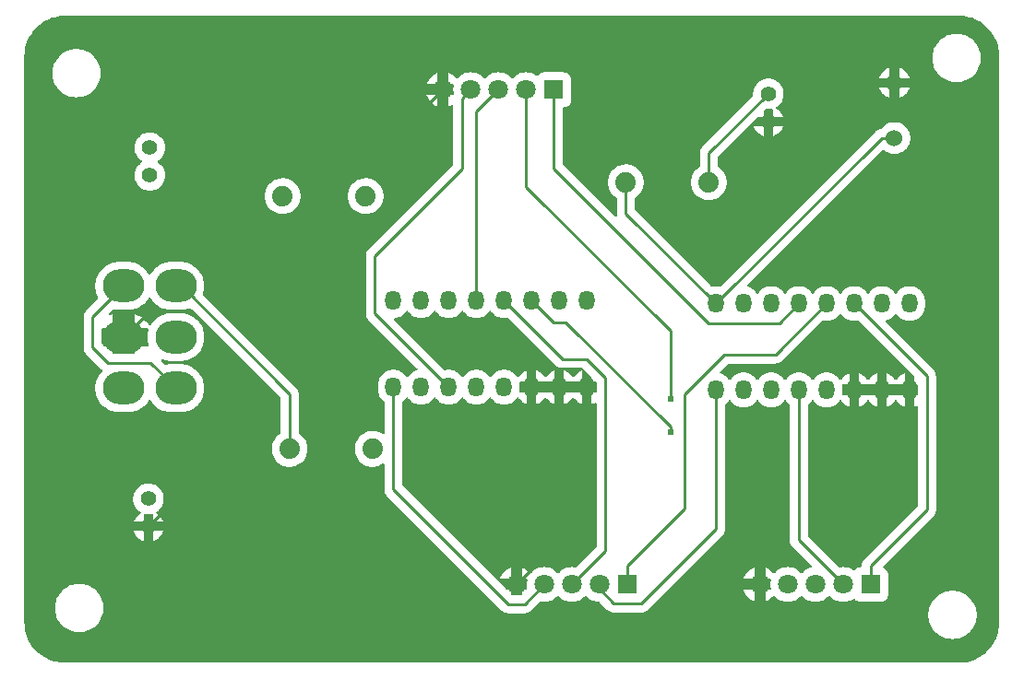
<source format=gbl>
G04 Layer: BottomLayer*
G04 EasyEDA v6.5.42, 2024-06-14 15:22:09*
G04 c9938f0327494006b7a6d6c27fb59d3d,4a14f3a30ed8491299e35303af45cd9c,10*
G04 Gerber Generator version 0.2*
G04 Scale: 100 percent, Rotated: No, Reflected: No *
G04 Dimensions in millimeters *
G04 leading zeros omitted , absolute positions ,4 integer and 5 decimal *
%FSLAX45Y45*%
%MOMM*%

%ADD10C,0.2540*%
%ADD11C,1.4000*%
%ADD12C,1.8796*%
%ADD13C,1.8000*%
%ADD14R,1.8000X1.8000*%
%ADD15O,1.4400022X1.7999964*%
%ADD16O,3.81X2.999994*%
%ADD17C,1.5240*%
%ADD18C,0.6100*%
%ADD19C,0.0148*%

%LPD*%
G36*
X-5399735Y625906D02*
G01*
X-5425846Y626821D01*
X-5451246Y629462D01*
X-5476443Y633831D01*
X-5501233Y639876D01*
X-5525566Y647649D01*
X-5549341Y657047D01*
X-5572404Y668020D01*
X-5594654Y680567D01*
X-5615990Y694588D01*
X-5636310Y710031D01*
X-5655564Y726846D01*
X-5673598Y744931D01*
X-5690362Y764184D01*
X-5705805Y784555D01*
X-5719775Y805942D01*
X-5732272Y828192D01*
X-5743244Y851306D01*
X-5752592Y875080D01*
X-5760262Y899414D01*
X-5766308Y924255D01*
X-5770626Y949401D01*
X-5773216Y974801D01*
X-5774080Y1000607D01*
X-5774080Y6199378D01*
X-5773166Y6225844D01*
X-5770524Y6251244D01*
X-5766155Y6276441D01*
X-5760110Y6301232D01*
X-5752338Y6325565D01*
X-5742940Y6349339D01*
X-5731967Y6372402D01*
X-5719419Y6394653D01*
X-5705398Y6415989D01*
X-5689955Y6436309D01*
X-5673140Y6455562D01*
X-5655056Y6473596D01*
X-5635802Y6490360D01*
X-5615432Y6505803D01*
X-5594045Y6519773D01*
X-5571794Y6532270D01*
X-5548680Y6543243D01*
X-5524906Y6552590D01*
X-5500573Y6560261D01*
X-5475732Y6566306D01*
X-5450586Y6570624D01*
X-5425186Y6573215D01*
X-5399379Y6574078D01*
X2799384Y6574078D01*
X2825851Y6573164D01*
X2851251Y6570522D01*
X2876448Y6566153D01*
X2901238Y6560108D01*
X2925572Y6552336D01*
X2949346Y6542938D01*
X2972409Y6531965D01*
X2994660Y6519418D01*
X3015996Y6505397D01*
X3036316Y6489954D01*
X3055569Y6473139D01*
X3073603Y6455054D01*
X3090367Y6435801D01*
X3105810Y6415430D01*
X3119780Y6394043D01*
X3132277Y6371793D01*
X3143250Y6348679D01*
X3152597Y6324904D01*
X3160268Y6300571D01*
X3166313Y6275730D01*
X3170631Y6250584D01*
X3173222Y6225184D01*
X3174085Y6199378D01*
X3174085Y1000607D01*
X3173171Y974140D01*
X3170529Y948740D01*
X3166160Y923544D01*
X3160115Y898753D01*
X3152343Y874420D01*
X3142945Y850646D01*
X3131972Y827582D01*
X3119424Y805332D01*
X3105404Y783996D01*
X3089960Y763676D01*
X3073146Y744423D01*
X3055061Y726389D01*
X3035808Y709625D01*
X3015437Y694182D01*
X2994050Y680212D01*
X2971800Y667715D01*
X2948686Y656742D01*
X2924911Y647395D01*
X2900578Y639724D01*
X2875737Y633679D01*
X2850591Y629361D01*
X2825191Y626770D01*
X2799384Y625906D01*
G37*

%LPC*%
G36*
X2743200Y844702D02*
G01*
X2763672Y845667D01*
X2783992Y848461D01*
X2803956Y853186D01*
X2823413Y859688D01*
X2842209Y867968D01*
X2860141Y877976D01*
X2877058Y889558D01*
X2892806Y902665D01*
X2907334Y917194D01*
X2920441Y932942D01*
X2932023Y949858D01*
X2942031Y967790D01*
X2950311Y986586D01*
X2956814Y1006043D01*
X2961538Y1026007D01*
X2964332Y1046327D01*
X2965297Y1066800D01*
X2964332Y1087272D01*
X2961538Y1107592D01*
X2956814Y1127556D01*
X2950311Y1147013D01*
X2942031Y1165809D01*
X2932023Y1183741D01*
X2920441Y1200658D01*
X2907334Y1216406D01*
X2892806Y1230934D01*
X2877058Y1244041D01*
X2860141Y1255623D01*
X2842209Y1265631D01*
X2823413Y1273911D01*
X2803956Y1280414D01*
X2783992Y1285138D01*
X2763672Y1287932D01*
X2743200Y1288897D01*
X2722727Y1287932D01*
X2702407Y1285138D01*
X2682443Y1280414D01*
X2662986Y1273911D01*
X2644190Y1265631D01*
X2626258Y1255623D01*
X2609342Y1244041D01*
X2593594Y1230934D01*
X2579065Y1216406D01*
X2565958Y1200658D01*
X2554376Y1183741D01*
X2544368Y1165809D01*
X2536088Y1147013D01*
X2529586Y1127556D01*
X2524861Y1107592D01*
X2522067Y1087272D01*
X2521102Y1066800D01*
X2522067Y1046327D01*
X2524861Y1026007D01*
X2529586Y1006043D01*
X2536088Y986586D01*
X2544368Y967790D01*
X2554376Y949858D01*
X2565958Y932942D01*
X2579065Y917194D01*
X2593594Y902665D01*
X2609342Y889558D01*
X2626258Y877976D01*
X2644190Y867968D01*
X2662986Y859688D01*
X2682443Y853186D01*
X2702407Y848461D01*
X2722727Y845667D01*
G37*
G36*
X-5270500Y908202D02*
G01*
X-5250027Y909167D01*
X-5229707Y911961D01*
X-5209743Y916686D01*
X-5190286Y923188D01*
X-5171490Y931468D01*
X-5153558Y941476D01*
X-5136642Y953058D01*
X-5120894Y966165D01*
X-5106365Y980694D01*
X-5093258Y996442D01*
X-5081676Y1013358D01*
X-5071668Y1031290D01*
X-5063388Y1050086D01*
X-5056886Y1069543D01*
X-5052161Y1089507D01*
X-5049367Y1109827D01*
X-5048402Y1130300D01*
X-5049367Y1150772D01*
X-5052161Y1171092D01*
X-5056886Y1191056D01*
X-5063388Y1210513D01*
X-5071668Y1229309D01*
X-5081676Y1247241D01*
X-5093258Y1264158D01*
X-5106365Y1279906D01*
X-5120894Y1294434D01*
X-5136642Y1307541D01*
X-5153558Y1319123D01*
X-5171490Y1329131D01*
X-5190286Y1337411D01*
X-5209743Y1343914D01*
X-5229707Y1348638D01*
X-5250027Y1351432D01*
X-5270500Y1352397D01*
X-5290972Y1351432D01*
X-5311292Y1348638D01*
X-5331256Y1343914D01*
X-5350713Y1337411D01*
X-5369509Y1329131D01*
X-5387441Y1319123D01*
X-5404358Y1307541D01*
X-5420106Y1294434D01*
X-5434634Y1279906D01*
X-5447741Y1264158D01*
X-5459323Y1247241D01*
X-5469331Y1229309D01*
X-5477611Y1210513D01*
X-5484114Y1191056D01*
X-5488838Y1171092D01*
X-5491632Y1150772D01*
X-5492597Y1130300D01*
X-5491632Y1109827D01*
X-5488838Y1089507D01*
X-5484114Y1069543D01*
X-5477611Y1050086D01*
X-5469331Y1031290D01*
X-5459323Y1013358D01*
X-5447741Y996442D01*
X-5434634Y980694D01*
X-5420106Y966165D01*
X-5404358Y953058D01*
X-5387441Y941476D01*
X-5369509Y931468D01*
X-5350713Y923188D01*
X-5331256Y916686D01*
X-5311292Y911961D01*
X-5290972Y909167D01*
G37*
G36*
X-1331112Y1082040D02*
G01*
X-1184452Y1082040D01*
X-1178356Y1082243D01*
X-1172413Y1082852D01*
X-1166571Y1083919D01*
X-1160830Y1085392D01*
X-1155192Y1087272D01*
X-1149705Y1089558D01*
X-1144422Y1092200D01*
X-1139291Y1095248D01*
X-1134414Y1098600D01*
X-1129792Y1102360D01*
X-1125321Y1106525D01*
X-1045413Y1186434D01*
X-1042822Y1188313D01*
X-1039774Y1189278D01*
X-1036574Y1189278D01*
X-1020673Y1186637D01*
X-1003300Y1185722D01*
X-985926Y1186637D01*
X-968806Y1189482D01*
X-952042Y1194104D01*
X-935888Y1200556D01*
X-920546Y1208684D01*
X-906170Y1218438D01*
X-892911Y1229664D01*
X-883666Y1239469D01*
X-880313Y1241806D01*
X-876300Y1242618D01*
X-872286Y1241806D01*
X-868934Y1239469D01*
X-859688Y1229664D01*
X-846429Y1218438D01*
X-832053Y1208684D01*
X-816711Y1200556D01*
X-800557Y1194104D01*
X-783793Y1189482D01*
X-766673Y1186637D01*
X-749300Y1185722D01*
X-731926Y1186637D01*
X-714806Y1189482D01*
X-698042Y1194104D01*
X-681888Y1200556D01*
X-666546Y1208684D01*
X-652170Y1218438D01*
X-638911Y1229664D01*
X-629666Y1239469D01*
X-626313Y1241806D01*
X-622300Y1242618D01*
X-618286Y1241806D01*
X-614934Y1239469D01*
X-605688Y1229664D01*
X-592429Y1218438D01*
X-578053Y1208684D01*
X-562711Y1200556D01*
X-546557Y1194104D01*
X-529793Y1189482D01*
X-512673Y1186637D01*
X-499618Y1185926D01*
X-496062Y1185062D01*
X-493014Y1182979D01*
X-424637Y1114602D01*
X-420116Y1110437D01*
X-415493Y1106678D01*
X-410616Y1103325D01*
X-405536Y1100277D01*
X-400202Y1097635D01*
X-394716Y1095349D01*
X-389077Y1093470D01*
X-383336Y1091996D01*
X-377494Y1090930D01*
X-371602Y1090320D01*
X-365455Y1090117D01*
X-109931Y1090117D01*
X-103835Y1090320D01*
X-97891Y1090930D01*
X-92049Y1091996D01*
X-86309Y1093470D01*
X-80670Y1095349D01*
X-75184Y1097635D01*
X-69900Y1100277D01*
X-64769Y1103325D01*
X-59893Y1106678D01*
X-55270Y1110437D01*
X-50800Y1114602D01*
X630224Y1795576D01*
X634390Y1800047D01*
X638098Y1804670D01*
X641502Y1809597D01*
X644550Y1814677D01*
X647192Y1820011D01*
X649478Y1825498D01*
X651357Y1831136D01*
X652780Y1836877D01*
X653846Y1842719D01*
X654507Y1848612D01*
X654710Y1854758D01*
X654710Y2994964D01*
X655218Y2998114D01*
X656691Y3000959D01*
X672236Y3014827D01*
X682904Y3026765D01*
X690219Y3037078D01*
X693013Y3039719D01*
X696569Y3041142D01*
X700430Y3041142D01*
X703986Y3039719D01*
X706780Y3037078D01*
X714095Y3026765D01*
X724763Y3014827D01*
X736650Y3004210D01*
X749706Y2994964D01*
X763676Y2987243D01*
X778459Y2981096D01*
X793800Y2976676D01*
X809548Y2973984D01*
X825500Y2973120D01*
X841451Y2973984D01*
X857199Y2976676D01*
X872540Y2981096D01*
X887323Y2987243D01*
X901293Y2994964D01*
X914349Y3004210D01*
X926236Y3014827D01*
X936904Y3026765D01*
X944219Y3037078D01*
X947013Y3039719D01*
X950569Y3041142D01*
X954430Y3041142D01*
X957986Y3039719D01*
X960780Y3037078D01*
X968095Y3026765D01*
X978763Y3014827D01*
X990650Y3004210D01*
X1003706Y2994964D01*
X1017676Y2987243D01*
X1032459Y2981096D01*
X1047800Y2976676D01*
X1063548Y2973984D01*
X1079500Y2973120D01*
X1095451Y2973984D01*
X1111199Y2976676D01*
X1126540Y2981096D01*
X1141323Y2987243D01*
X1155293Y2994964D01*
X1168349Y3004210D01*
X1180236Y3014827D01*
X1190904Y3026765D01*
X1198219Y3037078D01*
X1201013Y3039719D01*
X1204569Y3041142D01*
X1208430Y3041142D01*
X1211986Y3039719D01*
X1214780Y3037078D01*
X1222095Y3026765D01*
X1232763Y3014827D01*
X1248308Y3000959D01*
X1249781Y2998114D01*
X1250289Y2994964D01*
X1250289Y1752803D01*
X1250492Y1746656D01*
X1251153Y1740763D01*
X1252220Y1734921D01*
X1253693Y1729181D01*
X1255522Y1723542D01*
X1257808Y1718056D01*
X1260500Y1712722D01*
X1263497Y1707642D01*
X1266901Y1702714D01*
X1270609Y1698091D01*
X1274775Y1693621D01*
X1450136Y1518310D01*
X1452422Y1514805D01*
X1453083Y1510639D01*
X1452016Y1506575D01*
X1449374Y1503273D01*
X1445666Y1501343D01*
X1434642Y1498295D01*
X1418488Y1491843D01*
X1403146Y1483715D01*
X1388770Y1473962D01*
X1375511Y1462735D01*
X1366266Y1452930D01*
X1362913Y1450594D01*
X1358900Y1449781D01*
X1354886Y1450594D01*
X1351534Y1452930D01*
X1342288Y1462735D01*
X1329029Y1473962D01*
X1314653Y1483715D01*
X1299311Y1491843D01*
X1283157Y1498295D01*
X1266393Y1502918D01*
X1249273Y1505762D01*
X1231900Y1506677D01*
X1214526Y1505762D01*
X1197406Y1502918D01*
X1180642Y1498295D01*
X1164488Y1491843D01*
X1149146Y1483715D01*
X1134770Y1473962D01*
X1121511Y1462735D01*
X1112266Y1452930D01*
X1108913Y1450594D01*
X1104900Y1449781D01*
X1100886Y1450594D01*
X1097534Y1452930D01*
X1088288Y1462735D01*
X1075029Y1473962D01*
X1060653Y1483715D01*
X1045311Y1491843D01*
X1029258Y1498244D01*
X1029258Y1397558D01*
X1066444Y1397558D01*
X1070864Y1396542D01*
X1074369Y1393748D01*
X1076350Y1389684D01*
X1076401Y1385214D01*
X1073505Y1372158D01*
X1071626Y1354886D01*
X1071626Y1337513D01*
X1073505Y1320241D01*
X1076401Y1307185D01*
X1076350Y1302715D01*
X1074369Y1298651D01*
X1070864Y1295857D01*
X1066444Y1294841D01*
X1029258Y1294841D01*
X1029258Y1194155D01*
X1045311Y1200556D01*
X1060653Y1208684D01*
X1075029Y1218438D01*
X1088288Y1229664D01*
X1097534Y1239469D01*
X1100886Y1241806D01*
X1104900Y1242618D01*
X1108913Y1241806D01*
X1112266Y1239469D01*
X1121511Y1229664D01*
X1134770Y1218438D01*
X1149146Y1208684D01*
X1164488Y1200556D01*
X1180642Y1194104D01*
X1197406Y1189482D01*
X1214526Y1186637D01*
X1231900Y1185722D01*
X1249273Y1186637D01*
X1266393Y1189482D01*
X1283157Y1194104D01*
X1299311Y1200556D01*
X1314653Y1208684D01*
X1329029Y1218438D01*
X1342288Y1229664D01*
X1351534Y1239469D01*
X1354886Y1241806D01*
X1358900Y1242618D01*
X1362913Y1241806D01*
X1366266Y1239469D01*
X1375511Y1229664D01*
X1388770Y1218438D01*
X1403146Y1208684D01*
X1418488Y1200556D01*
X1434642Y1194104D01*
X1451406Y1189482D01*
X1468526Y1186637D01*
X1485900Y1185722D01*
X1503273Y1186637D01*
X1520393Y1189482D01*
X1537157Y1194104D01*
X1553311Y1200556D01*
X1568653Y1208684D01*
X1583029Y1218438D01*
X1596288Y1229664D01*
X1605534Y1239469D01*
X1608886Y1241806D01*
X1612900Y1242618D01*
X1616913Y1241806D01*
X1620266Y1239469D01*
X1629511Y1229664D01*
X1642770Y1218438D01*
X1657146Y1208684D01*
X1672488Y1200556D01*
X1688642Y1194104D01*
X1705406Y1189482D01*
X1722526Y1186637D01*
X1739900Y1185722D01*
X1757273Y1186637D01*
X1774393Y1189482D01*
X1791157Y1194104D01*
X1807311Y1200556D01*
X1822653Y1208684D01*
X1833778Y1216202D01*
X1837131Y1217726D01*
X1840839Y1217879D01*
X1844344Y1216710D01*
X1847189Y1214424D01*
X1854047Y1206347D01*
X1862480Y1199184D01*
X1871929Y1193393D01*
X1882139Y1189177D01*
X1892858Y1186586D01*
X1904288Y1185672D01*
X2083511Y1185672D01*
X2094941Y1186586D01*
X2105660Y1189177D01*
X2115870Y1193393D01*
X2125319Y1199184D01*
X2133752Y1206347D01*
X2140915Y1214780D01*
X2146706Y1224229D01*
X2150922Y1234440D01*
X2153513Y1245158D01*
X2154428Y1256588D01*
X2154428Y1435811D01*
X2153513Y1447241D01*
X2150922Y1457960D01*
X2146706Y1468170D01*
X2140915Y1477619D01*
X2133752Y1486052D01*
X2125319Y1493215D01*
X2115870Y1499006D01*
X2112822Y1500276D01*
X2109520Y1502460D01*
X2107285Y1505762D01*
X2106523Y1509674D01*
X2107285Y1513535D01*
X2109520Y1516837D01*
X2567381Y1974748D01*
X2571546Y1979218D01*
X2575306Y1983841D01*
X2578658Y1988718D01*
X2581706Y1993849D01*
X2584348Y1999132D01*
X2586634Y2004618D01*
X2588514Y2010257D01*
X2589987Y2015998D01*
X2591054Y2021839D01*
X2591663Y2027783D01*
X2591866Y2033879D01*
X2591866Y3260242D01*
X2591663Y3266338D01*
X2591054Y3272282D01*
X2589987Y3278124D01*
X2588514Y3283864D01*
X2586634Y3289503D01*
X2584348Y3294989D01*
X2581706Y3300272D01*
X2578658Y3305403D01*
X2575306Y3310280D01*
X2571546Y3314903D01*
X2567381Y3319373D01*
X2130755Y3755999D01*
X2128469Y3759504D01*
X2127808Y3763670D01*
X2128824Y3767734D01*
X2131415Y3770985D01*
X2135124Y3772966D01*
X2142540Y3775100D01*
X2157323Y3781196D01*
X2171293Y3788968D01*
X2184349Y3798214D01*
X2196236Y3808831D01*
X2206904Y3820769D01*
X2214219Y3831082D01*
X2217013Y3833723D01*
X2220569Y3835146D01*
X2224430Y3835146D01*
X2227986Y3833723D01*
X2230780Y3831082D01*
X2238095Y3820769D01*
X2248763Y3808831D01*
X2260650Y3798214D01*
X2273706Y3788968D01*
X2287676Y3781196D01*
X2302459Y3775100D01*
X2317800Y3770680D01*
X2333548Y3767988D01*
X2349500Y3767124D01*
X2365451Y3767988D01*
X2381199Y3770680D01*
X2396540Y3775100D01*
X2411323Y3781196D01*
X2425293Y3788968D01*
X2438349Y3798214D01*
X2450236Y3808831D01*
X2460904Y3820769D01*
X2470150Y3833774D01*
X2477871Y3847795D01*
X2484018Y3862527D01*
X2488438Y3877868D01*
X2491079Y3893667D01*
X2491994Y3909872D01*
X2491994Y3945331D01*
X2491079Y3961536D01*
X2488438Y3977284D01*
X2484018Y3992676D01*
X2477871Y4007408D01*
X2470150Y4021429D01*
X2460904Y4034434D01*
X2450236Y4046372D01*
X2438349Y4056989D01*
X2425293Y4066235D01*
X2411323Y4073956D01*
X2396540Y4080103D01*
X2381199Y4084523D01*
X2365451Y4087215D01*
X2349500Y4088079D01*
X2333548Y4087215D01*
X2317800Y4084523D01*
X2302459Y4080103D01*
X2287676Y4073956D01*
X2273706Y4066235D01*
X2260650Y4056989D01*
X2248763Y4046372D01*
X2238095Y4034434D01*
X2230780Y4024122D01*
X2227986Y4021480D01*
X2224430Y4020058D01*
X2220569Y4020058D01*
X2217013Y4021480D01*
X2214219Y4024122D01*
X2206904Y4034434D01*
X2196236Y4046372D01*
X2184349Y4056989D01*
X2171293Y4066235D01*
X2157323Y4073956D01*
X2142540Y4080103D01*
X2127199Y4084523D01*
X2111451Y4087215D01*
X2095500Y4088079D01*
X2079548Y4087215D01*
X2063800Y4084523D01*
X2048459Y4080103D01*
X2033676Y4073956D01*
X2019706Y4066235D01*
X2006650Y4056989D01*
X1994763Y4046372D01*
X1984095Y4034434D01*
X1976780Y4024122D01*
X1973986Y4021480D01*
X1970430Y4020058D01*
X1966569Y4020058D01*
X1963013Y4021480D01*
X1960219Y4024122D01*
X1952904Y4034434D01*
X1942236Y4046372D01*
X1930349Y4056989D01*
X1917293Y4066235D01*
X1903323Y4073956D01*
X1888540Y4080103D01*
X1873199Y4084523D01*
X1857451Y4087215D01*
X1841500Y4088079D01*
X1825548Y4087215D01*
X1809800Y4084523D01*
X1794459Y4080103D01*
X1779676Y4073956D01*
X1765706Y4066235D01*
X1752650Y4056989D01*
X1740763Y4046372D01*
X1730095Y4034434D01*
X1722780Y4024122D01*
X1719986Y4021480D01*
X1716430Y4020058D01*
X1712569Y4020058D01*
X1709013Y4021480D01*
X1706219Y4024122D01*
X1698904Y4034434D01*
X1688236Y4046372D01*
X1676349Y4056989D01*
X1663293Y4066235D01*
X1649323Y4073956D01*
X1634540Y4080103D01*
X1619199Y4084523D01*
X1603451Y4087215D01*
X1587500Y4088079D01*
X1571548Y4087215D01*
X1555800Y4084523D01*
X1540459Y4080103D01*
X1525676Y4073956D01*
X1511706Y4066235D01*
X1498650Y4056989D01*
X1486763Y4046372D01*
X1476095Y4034434D01*
X1468780Y4024122D01*
X1465986Y4021480D01*
X1462430Y4020058D01*
X1458569Y4020058D01*
X1455013Y4021480D01*
X1452219Y4024122D01*
X1444904Y4034434D01*
X1434236Y4046372D01*
X1422349Y4056989D01*
X1409293Y4066235D01*
X1395323Y4073956D01*
X1380540Y4080103D01*
X1365199Y4084523D01*
X1349451Y4087215D01*
X1333500Y4088079D01*
X1317548Y4087215D01*
X1301800Y4084523D01*
X1286459Y4080103D01*
X1271676Y4073956D01*
X1257706Y4066235D01*
X1244650Y4056989D01*
X1232763Y4046372D01*
X1222095Y4034434D01*
X1214780Y4024122D01*
X1211986Y4021480D01*
X1208430Y4020058D01*
X1204569Y4020058D01*
X1201013Y4021480D01*
X1198219Y4024122D01*
X1190904Y4034434D01*
X1180236Y4046372D01*
X1168349Y4056989D01*
X1155293Y4066235D01*
X1141323Y4073956D01*
X1126540Y4080103D01*
X1111199Y4084523D01*
X1095451Y4087215D01*
X1079500Y4088079D01*
X1063548Y4087215D01*
X1047800Y4084523D01*
X1032459Y4080103D01*
X1017676Y4073956D01*
X1003706Y4066235D01*
X990650Y4056989D01*
X978763Y4046372D01*
X968095Y4034434D01*
X960780Y4024122D01*
X957986Y4021480D01*
X954430Y4020058D01*
X950569Y4020058D01*
X947013Y4021480D01*
X944219Y4024122D01*
X936904Y4034434D01*
X926236Y4046372D01*
X914349Y4056989D01*
X901293Y4066235D01*
X887323Y4073956D01*
X872540Y4080103D01*
X865124Y4082237D01*
X861415Y4084218D01*
X858824Y4087469D01*
X857808Y4091533D01*
X858469Y4095699D01*
X860755Y4099204D01*
X2099310Y5337759D01*
X2102510Y5339892D01*
X2106218Y5340705D01*
X2109978Y5340096D01*
X2113280Y5338114D01*
X2118360Y5333593D01*
X2131771Y5324094D01*
X2146147Y5316118D01*
X2161336Y5309819D01*
X2177135Y5305298D01*
X2193391Y5302554D01*
X2209800Y5301589D01*
X2226208Y5302554D01*
X2242464Y5305298D01*
X2258263Y5309819D01*
X2273452Y5316118D01*
X2287828Y5324094D01*
X2301240Y5333593D01*
X2313533Y5344566D01*
X2324506Y5356860D01*
X2334006Y5370271D01*
X2341981Y5384647D01*
X2348280Y5399836D01*
X2352802Y5415635D01*
X2355545Y5431891D01*
X2356510Y5448300D01*
X2355545Y5464708D01*
X2352802Y5480964D01*
X2348280Y5496763D01*
X2341981Y5511952D01*
X2334006Y5526328D01*
X2324506Y5539740D01*
X2313533Y5552033D01*
X2301240Y5563006D01*
X2287828Y5572506D01*
X2273452Y5580481D01*
X2258263Y5586780D01*
X2242464Y5591302D01*
X2226208Y5594045D01*
X2209800Y5595010D01*
X2193391Y5594045D01*
X2177135Y5591302D01*
X2161336Y5586780D01*
X2146147Y5580481D01*
X2131771Y5572506D01*
X2118360Y5563006D01*
X2106066Y5552033D01*
X2095093Y5539740D01*
X2091943Y5535269D01*
X2088743Y5532374D01*
X2084578Y5531053D01*
X2080310Y5530646D01*
X2074519Y5529580D01*
X2068779Y5528106D01*
X2063140Y5526278D01*
X2057654Y5523992D01*
X2052320Y5521299D01*
X2047239Y5518302D01*
X2042363Y5514898D01*
X2037740Y5511190D01*
X2033219Y5507024D01*
X613308Y4087063D01*
X610666Y4085183D01*
X607618Y4084218D01*
X604367Y4084269D01*
X587451Y4087215D01*
X571500Y4088079D01*
X555548Y4087215D01*
X538632Y4084269D01*
X535381Y4084218D01*
X532333Y4085183D01*
X529691Y4087063D01*
X-167792Y4784598D01*
X-170027Y4787900D01*
X-170789Y4791760D01*
X-170789Y4894580D01*
X-170230Y4897932D01*
X-168554Y4900930D01*
X-166014Y4903216D01*
X-159461Y4907330D01*
X-145694Y4918100D01*
X-133146Y4930343D01*
X-121970Y4943805D01*
X-112318Y4958384D01*
X-104241Y4973929D01*
X-97840Y4990236D01*
X-93218Y5007152D01*
X-90474Y5024424D01*
X-89509Y5041900D01*
X-90474Y5059375D01*
X-93218Y5076647D01*
X-97840Y5093563D01*
X-104241Y5109870D01*
X-112318Y5125415D01*
X-121970Y5139994D01*
X-133146Y5153456D01*
X-145694Y5165699D01*
X-159461Y5176469D01*
X-174294Y5185765D01*
X-190042Y5193436D01*
X-206502Y5199380D01*
X-223520Y5203545D01*
X-240893Y5205831D01*
X-258368Y5206339D01*
X-275844Y5204917D01*
X-293014Y5201666D01*
X-309778Y5196636D01*
X-325932Y5189829D01*
X-341223Y5181346D01*
X-355549Y5171287D01*
X-368757Y5159756D01*
X-380593Y5146852D01*
X-391058Y5132832D01*
X-399948Y5117744D01*
X-407162Y5101793D01*
X-412699Y5085181D01*
X-416356Y5068062D01*
X-418236Y5050637D01*
X-418236Y5033162D01*
X-416356Y5015738D01*
X-412699Y4998618D01*
X-407162Y4982006D01*
X-399948Y4966055D01*
X-391058Y4950968D01*
X-380593Y4936947D01*
X-368757Y4924044D01*
X-355549Y4912512D01*
X-341528Y4902657D01*
X-339191Y4900422D01*
X-337718Y4897526D01*
X-337210Y4894376D01*
X-337210Y4753305D01*
X-337007Y4747158D01*
X-336346Y4741265D01*
X-335229Y4735068D01*
X-335381Y4730800D01*
X-337261Y4726990D01*
X-340512Y4724247D01*
X-344627Y4723130D01*
X-348843Y4723739D01*
X-352399Y4726076D01*
X-828192Y5201869D01*
X-830427Y5205171D01*
X-831189Y5209032D01*
X-831189Y5722416D01*
X-830478Y5726125D01*
X-828497Y5729274D01*
X-825449Y5731560D01*
X-821842Y5732526D01*
X-813358Y5733186D01*
X-802640Y5735777D01*
X-792429Y5739993D01*
X-782980Y5745784D01*
X-774547Y5752947D01*
X-767384Y5761380D01*
X-761593Y5770829D01*
X-757377Y5781040D01*
X-754786Y5791758D01*
X-753872Y5803188D01*
X-753872Y5982411D01*
X-754786Y5993841D01*
X-757377Y6004560D01*
X-761593Y6014770D01*
X-767384Y6024219D01*
X-774547Y6032652D01*
X-782980Y6039815D01*
X-792429Y6045606D01*
X-802640Y6049822D01*
X-813358Y6052413D01*
X-824788Y6053328D01*
X-1004011Y6053328D01*
X-1015441Y6052413D01*
X-1026160Y6049822D01*
X-1036370Y6045606D01*
X-1045819Y6039815D01*
X-1054252Y6032652D01*
X-1061110Y6024575D01*
X-1063955Y6022289D01*
X-1067460Y6021120D01*
X-1071168Y6021273D01*
X-1074521Y6022797D01*
X-1085646Y6030315D01*
X-1100988Y6038443D01*
X-1117142Y6044895D01*
X-1133906Y6049518D01*
X-1151026Y6052362D01*
X-1168400Y6053277D01*
X-1185773Y6052362D01*
X-1202893Y6049518D01*
X-1219657Y6044895D01*
X-1235811Y6038443D01*
X-1251153Y6030315D01*
X-1265529Y6020562D01*
X-1278788Y6009335D01*
X-1288034Y5999530D01*
X-1291386Y5997194D01*
X-1295400Y5996381D01*
X-1299413Y5997194D01*
X-1302766Y5999530D01*
X-1312011Y6009335D01*
X-1325270Y6020562D01*
X-1339646Y6030315D01*
X-1354988Y6038443D01*
X-1371142Y6044895D01*
X-1387906Y6049518D01*
X-1405026Y6052362D01*
X-1422400Y6053277D01*
X-1439773Y6052362D01*
X-1456893Y6049518D01*
X-1473657Y6044895D01*
X-1489811Y6038443D01*
X-1505153Y6030315D01*
X-1519529Y6020562D01*
X-1532788Y6009335D01*
X-1542034Y5999530D01*
X-1545386Y5997194D01*
X-1549400Y5996381D01*
X-1553413Y5997194D01*
X-1556766Y5999530D01*
X-1566011Y6009335D01*
X-1579270Y6020562D01*
X-1593646Y6030315D01*
X-1608988Y6038443D01*
X-1625142Y6044895D01*
X-1641906Y6049518D01*
X-1659026Y6052362D01*
X-1676400Y6053277D01*
X-1693773Y6052362D01*
X-1710893Y6049518D01*
X-1727657Y6044895D01*
X-1743811Y6038443D01*
X-1759153Y6030315D01*
X-1773529Y6020562D01*
X-1786788Y6009335D01*
X-1796034Y5999530D01*
X-1799386Y5997194D01*
X-1803400Y5996381D01*
X-1807413Y5997194D01*
X-1810766Y5999530D01*
X-1820011Y6009335D01*
X-1833270Y6020562D01*
X-1847646Y6030315D01*
X-1862988Y6038443D01*
X-1879041Y6044844D01*
X-1879041Y5944158D01*
X-1841855Y5944158D01*
X-1837436Y5943142D01*
X-1833930Y5940348D01*
X-1831949Y5936284D01*
X-1831898Y5931814D01*
X-1834794Y5918758D01*
X-1836674Y5901486D01*
X-1836674Y5884113D01*
X-1834794Y5866841D01*
X-1831898Y5853785D01*
X-1831949Y5849315D01*
X-1833930Y5845251D01*
X-1837436Y5842457D01*
X-1841855Y5841441D01*
X-1879041Y5841441D01*
X-1879041Y5740755D01*
X-1862988Y5747156D01*
X-1855622Y5751068D01*
X-1851660Y5752185D01*
X-1847494Y5751677D01*
X-1843938Y5749544D01*
X-1841550Y5746140D01*
X-1840687Y5742076D01*
X-1840687Y5205577D01*
X-1841500Y5201716D01*
X-1843684Y5198414D01*
X-2615946Y4426153D01*
X-2620111Y4421682D01*
X-2623870Y4417060D01*
X-2627223Y4412132D01*
X-2630271Y4407052D01*
X-2632913Y4401718D01*
X-2635199Y4396232D01*
X-2637078Y4390593D01*
X-2638552Y4384852D01*
X-2639618Y4379010D01*
X-2640228Y4373118D01*
X-2640431Y4366971D01*
X-2640431Y3836822D01*
X-2640228Y3830726D01*
X-2639618Y3824782D01*
X-2638552Y3818940D01*
X-2637078Y3813200D01*
X-2635199Y3807561D01*
X-2632913Y3802075D01*
X-2630271Y3796792D01*
X-2627223Y3791661D01*
X-2623870Y3786784D01*
X-2620111Y3782161D01*
X-2615946Y3777691D01*
X-2168855Y3330600D01*
X-2166569Y3327095D01*
X-2165908Y3322929D01*
X-2166924Y3318865D01*
X-2169515Y3315614D01*
X-2173224Y3313633D01*
X-2180640Y3311499D01*
X-2195423Y3305403D01*
X-2209393Y3297631D01*
X-2222449Y3288385D01*
X-2234336Y3277768D01*
X-2245004Y3265830D01*
X-2252319Y3255517D01*
X-2255113Y3252876D01*
X-2258669Y3251453D01*
X-2262530Y3251453D01*
X-2266086Y3252876D01*
X-2268880Y3255517D01*
X-2276195Y3265830D01*
X-2286863Y3277768D01*
X-2298750Y3288385D01*
X-2311806Y3297631D01*
X-2325776Y3305403D01*
X-2340559Y3311499D01*
X-2355900Y3315919D01*
X-2371648Y3318611D01*
X-2387600Y3319475D01*
X-2403551Y3318611D01*
X-2419299Y3315919D01*
X-2434640Y3311499D01*
X-2449423Y3305403D01*
X-2463393Y3297631D01*
X-2476449Y3288385D01*
X-2488336Y3277768D01*
X-2499004Y3265830D01*
X-2508250Y3252825D01*
X-2515971Y3238804D01*
X-2522118Y3224072D01*
X-2526538Y3208731D01*
X-2529179Y3192932D01*
X-2530094Y3176727D01*
X-2530094Y3141268D01*
X-2529179Y3125063D01*
X-2526538Y3109315D01*
X-2522118Y3093923D01*
X-2515971Y3079191D01*
X-2508250Y3065170D01*
X-2499004Y3052165D01*
X-2488336Y3040227D01*
X-2472791Y3026359D01*
X-2471318Y3023514D01*
X-2470810Y3020364D01*
X-2470810Y2735732D01*
X-2471724Y2731566D01*
X-2474264Y2728112D01*
X-2478024Y2726029D01*
X-2482291Y2725674D01*
X-2486355Y2727147D01*
X-2498394Y2734665D01*
X-2514142Y2742336D01*
X-2530602Y2748280D01*
X-2547620Y2752445D01*
X-2564993Y2754731D01*
X-2582468Y2755239D01*
X-2599944Y2753817D01*
X-2617114Y2750566D01*
X-2633878Y2745536D01*
X-2650032Y2738729D01*
X-2665323Y2730246D01*
X-2679649Y2720187D01*
X-2692857Y2708656D01*
X-2704693Y2695752D01*
X-2715158Y2681732D01*
X-2724048Y2666644D01*
X-2731262Y2650693D01*
X-2736799Y2634081D01*
X-2740456Y2616962D01*
X-2742336Y2599537D01*
X-2742336Y2582062D01*
X-2740456Y2564638D01*
X-2736799Y2547518D01*
X-2731262Y2530906D01*
X-2724048Y2514955D01*
X-2715158Y2499868D01*
X-2704693Y2485847D01*
X-2692857Y2472944D01*
X-2679649Y2461412D01*
X-2665323Y2451354D01*
X-2650032Y2442870D01*
X-2633878Y2436063D01*
X-2617114Y2431034D01*
X-2599944Y2427782D01*
X-2582468Y2426360D01*
X-2564993Y2426868D01*
X-2547620Y2429154D01*
X-2530602Y2433320D01*
X-2514142Y2439263D01*
X-2498394Y2446934D01*
X-2486355Y2454452D01*
X-2482291Y2455926D01*
X-2478024Y2455570D01*
X-2474264Y2453487D01*
X-2471724Y2450033D01*
X-2470810Y2445867D01*
X-2470810Y2221687D01*
X-2470607Y2215591D01*
X-2469946Y2209647D01*
X-2468880Y2203805D01*
X-2467406Y2198065D01*
X-2465578Y2192426D01*
X-2463292Y2186940D01*
X-2460599Y2181656D01*
X-2457602Y2176526D01*
X-2454198Y2171649D01*
X-2450490Y2167026D01*
X-2446324Y2162556D01*
X-1390294Y1106525D01*
X-1385773Y1102360D01*
X-1381150Y1098600D01*
X-1376273Y1095248D01*
X-1371193Y1092200D01*
X-1365859Y1089558D01*
X-1360373Y1087272D01*
X-1354734Y1085392D01*
X-1348994Y1083919D01*
X-1343152Y1082852D01*
X-1337259Y1082243D01*
G37*
G36*
X926541Y1194155D02*
G01*
X926541Y1294841D01*
X826109Y1294841D01*
X828802Y1286814D01*
X836117Y1271016D01*
X845058Y1256131D01*
X855573Y1242314D01*
X867511Y1229664D01*
X880770Y1218438D01*
X895146Y1208684D01*
X910488Y1200556D01*
G37*
G36*
X826109Y1397558D02*
G01*
X926541Y1397558D01*
X926541Y1498244D01*
X910488Y1491843D01*
X895146Y1483715D01*
X880770Y1473962D01*
X867511Y1462735D01*
X855573Y1450086D01*
X845058Y1436268D01*
X836117Y1421384D01*
X828802Y1405585D01*
G37*
G36*
X-4676851Y1745437D02*
G01*
X-4676851Y1838248D01*
X-4769561Y1838248D01*
X-4766411Y1828647D01*
X-4759756Y1814017D01*
X-4751476Y1800301D01*
X-4741672Y1787601D01*
X-4730496Y1776069D01*
X-4718100Y1765960D01*
X-4704588Y1757273D01*
X-4690211Y1750212D01*
G37*
G36*
X-4594148Y1745437D02*
G01*
X-4580788Y1750212D01*
X-4566412Y1757273D01*
X-4552899Y1765960D01*
X-4540504Y1776069D01*
X-4529328Y1787601D01*
X-4519523Y1800301D01*
X-4511243Y1814017D01*
X-4504588Y1828647D01*
X-4501438Y1838248D01*
X-4594148Y1838248D01*
G37*
G36*
X-4769662Y1920951D02*
G01*
X-4676851Y1920951D01*
X-4676851Y1986432D01*
X-4676190Y1989988D01*
X-4674311Y1993138D01*
X-4671466Y1995373D01*
X-4668012Y1996490D01*
X-4664405Y1996338D01*
X-4659477Y1995170D01*
X-4643526Y1993341D01*
X-4627473Y1993341D01*
X-4611522Y1995170D01*
X-4606594Y1996338D01*
X-4602988Y1996490D01*
X-4599533Y1995373D01*
X-4596688Y1993138D01*
X-4594809Y1989988D01*
X-4594148Y1986432D01*
X-4594148Y1920951D01*
X-4501337Y1920951D01*
X-4501896Y1923034D01*
X-4507687Y1937969D01*
X-4515205Y1952142D01*
X-4524248Y1965401D01*
X-4534763Y1977491D01*
X-4546549Y1988362D01*
X-4559706Y1997862D01*
X-4562805Y2000605D01*
X-4564583Y2004364D01*
X-4564684Y2008530D01*
X-4563160Y2012340D01*
X-4560214Y2015286D01*
X-4552899Y2019960D01*
X-4540504Y2030069D01*
X-4529328Y2041601D01*
X-4519523Y2054301D01*
X-4511243Y2068017D01*
X-4504588Y2082647D01*
X-4499610Y2097887D01*
X-4496460Y2113584D01*
X-4495088Y2129586D01*
X-4495546Y2145639D01*
X-4497832Y2161489D01*
X-4501896Y2177034D01*
X-4507687Y2191969D01*
X-4515205Y2206142D01*
X-4524248Y2219401D01*
X-4534763Y2231491D01*
X-4546549Y2242362D01*
X-4559554Y2251811D01*
X-4573524Y2259685D01*
X-4588306Y2265934D01*
X-4603699Y2270455D01*
X-4619498Y2273198D01*
X-4635500Y2274112D01*
X-4651502Y2273198D01*
X-4667300Y2270455D01*
X-4682693Y2265934D01*
X-4697476Y2259685D01*
X-4711446Y2251811D01*
X-4724450Y2242362D01*
X-4736236Y2231491D01*
X-4746752Y2219401D01*
X-4755794Y2206142D01*
X-4763312Y2191969D01*
X-4769104Y2177034D01*
X-4773168Y2161489D01*
X-4775454Y2145639D01*
X-4775911Y2129586D01*
X-4774539Y2113584D01*
X-4771390Y2097887D01*
X-4766411Y2082647D01*
X-4759756Y2068017D01*
X-4751476Y2054301D01*
X-4741672Y2041601D01*
X-4730496Y2030069D01*
X-4718100Y2019960D01*
X-4710785Y2015286D01*
X-4707839Y2012340D01*
X-4706315Y2008530D01*
X-4706416Y2004364D01*
X-4708194Y2000605D01*
X-4711446Y1997811D01*
X-4724450Y1988362D01*
X-4736236Y1977491D01*
X-4746752Y1965401D01*
X-4755794Y1952142D01*
X-4763312Y1937969D01*
X-4769104Y1923034D01*
G37*
G36*
X-3344468Y2426360D02*
G01*
X-3326993Y2426868D01*
X-3309620Y2429154D01*
X-3292601Y2433320D01*
X-3276142Y2439263D01*
X-3260394Y2446934D01*
X-3245561Y2456230D01*
X-3231794Y2467000D01*
X-3219246Y2479243D01*
X-3208070Y2492705D01*
X-3198418Y2507284D01*
X-3190341Y2522829D01*
X-3183940Y2539136D01*
X-3179318Y2556052D01*
X-3176574Y2573324D01*
X-3175609Y2590800D01*
X-3176574Y2608275D01*
X-3179318Y2625547D01*
X-3183940Y2642463D01*
X-3190341Y2658770D01*
X-3198418Y2674315D01*
X-3208070Y2688894D01*
X-3219246Y2702356D01*
X-3231794Y2714599D01*
X-3245561Y2725369D01*
X-3252114Y2729484D01*
X-3254654Y2731770D01*
X-3256330Y2734767D01*
X-3256889Y2738120D01*
X-3256889Y3095345D01*
X-3257092Y3101441D01*
X-3257753Y3107385D01*
X-3258820Y3113227D01*
X-3260242Y3118967D01*
X-3262122Y3124606D01*
X-3264408Y3130092D01*
X-3267049Y3135376D01*
X-3270097Y3140506D01*
X-3273501Y3145383D01*
X-3277209Y3150006D01*
X-3281375Y3154476D01*
X-4133189Y4006291D01*
X-4135323Y4009390D01*
X-4136186Y4012996D01*
X-4135678Y4016705D01*
X-4131513Y4029049D01*
X-4126839Y4048861D01*
X-4124045Y4069079D01*
X-4123080Y4089400D01*
X-4124045Y4109720D01*
X-4126839Y4129938D01*
X-4131513Y4149750D01*
X-4138015Y4169054D01*
X-4146245Y4187698D01*
X-4156151Y4205478D01*
X-4167632Y4222292D01*
X-4180636Y4237939D01*
X-4195064Y4252366D01*
X-4210710Y4265371D01*
X-4227525Y4276852D01*
X-4245305Y4286758D01*
X-4263948Y4294987D01*
X-4283252Y4301490D01*
X-4303064Y4306163D01*
X-4323232Y4308957D01*
X-4343857Y4309922D01*
X-4424375Y4309922D01*
X-4444949Y4308957D01*
X-4465116Y4306163D01*
X-4484928Y4301490D01*
X-4504232Y4294987D01*
X-4522876Y4286758D01*
X-4540656Y4276852D01*
X-4557471Y4265371D01*
X-4573168Y4252366D01*
X-4587544Y4237939D01*
X-4600549Y4222292D01*
X-4612081Y4205478D01*
X-4615230Y4199839D01*
X-4618075Y4196588D01*
X-4621936Y4194810D01*
X-4626254Y4194810D01*
X-4630166Y4196588D01*
X-4632960Y4199839D01*
X-4636109Y4205478D01*
X-4647641Y4222292D01*
X-4660646Y4237939D01*
X-4675073Y4252366D01*
X-4690719Y4265371D01*
X-4707534Y4276852D01*
X-4725314Y4286758D01*
X-4743958Y4294987D01*
X-4763262Y4301490D01*
X-4783074Y4306163D01*
X-4803241Y4308957D01*
X-4823815Y4309922D01*
X-4904384Y4309922D01*
X-4924958Y4308957D01*
X-4945126Y4306163D01*
X-4964938Y4301490D01*
X-4984242Y4294987D01*
X-5002885Y4286758D01*
X-5020665Y4276852D01*
X-5037480Y4265371D01*
X-5053126Y4252366D01*
X-5067554Y4237939D01*
X-5080558Y4222292D01*
X-5092090Y4205478D01*
X-5101996Y4187698D01*
X-5110226Y4169054D01*
X-5116677Y4149750D01*
X-5121351Y4129938D01*
X-5124145Y4109720D01*
X-5125110Y4089400D01*
X-5124145Y4069079D01*
X-5121351Y4048861D01*
X-5116677Y4029049D01*
X-5110226Y4009745D01*
X-5101996Y3991101D01*
X-5097881Y3983736D01*
X-5096611Y3979570D01*
X-5097221Y3975252D01*
X-5099558Y3971594D01*
X-5206288Y3864914D01*
X-5210454Y3860444D01*
X-5214162Y3855821D01*
X-5217566Y3850894D01*
X-5220563Y3845814D01*
X-5223256Y3840479D01*
X-5225542Y3834993D01*
X-5227370Y3829354D01*
X-5228844Y3823614D01*
X-5229910Y3817772D01*
X-5230571Y3811879D01*
X-5230774Y3805732D01*
X-5230774Y3523487D01*
X-5230571Y3517341D01*
X-5229910Y3511448D01*
X-5228844Y3505606D01*
X-5227370Y3499865D01*
X-5225542Y3494227D01*
X-5223256Y3488740D01*
X-5220563Y3483406D01*
X-5217566Y3478326D01*
X-5214162Y3473399D01*
X-5210454Y3468776D01*
X-5206288Y3464306D01*
X-5067706Y3325774D01*
X-5060950Y3319729D01*
X-5058511Y3316427D01*
X-5057597Y3312464D01*
X-5058308Y3308400D01*
X-5060543Y3304946D01*
X-5066538Y3298951D01*
X-5079593Y3283305D01*
X-5091074Y3266490D01*
X-5100980Y3248710D01*
X-5109210Y3230067D01*
X-5115712Y3210763D01*
X-5120335Y3190951D01*
X-5123180Y3170732D01*
X-5124094Y3150412D01*
X-5123180Y3130092D01*
X-5120335Y3109874D01*
X-5115712Y3090062D01*
X-5109210Y3070758D01*
X-5100980Y3052114D01*
X-5091074Y3034334D01*
X-5079593Y3017520D01*
X-5066538Y3001873D01*
X-5052161Y2987446D01*
X-5036464Y2974441D01*
X-5019700Y2962960D01*
X-5001869Y2953054D01*
X-4983276Y2944825D01*
X-4963972Y2938322D01*
X-4944110Y2933649D01*
X-4923942Y2930855D01*
X-4903368Y2929890D01*
X-4822850Y2929890D01*
X-4802276Y2930855D01*
X-4782108Y2933649D01*
X-4762246Y2938322D01*
X-4742942Y2944825D01*
X-4724349Y2953054D01*
X-4706518Y2962960D01*
X-4689754Y2974441D01*
X-4674057Y2987446D01*
X-4659680Y3001873D01*
X-4646625Y3017520D01*
X-4635144Y3034334D01*
X-4632756Y3038602D01*
X-4629912Y3041802D01*
X-4626051Y3043580D01*
X-4621733Y3043580D01*
X-4617821Y3041802D01*
X-4615027Y3038602D01*
X-4612081Y3033318D01*
X-4600549Y3016504D01*
X-4587544Y3000857D01*
X-4573168Y2986430D01*
X-4557471Y2973425D01*
X-4540656Y2961944D01*
X-4522876Y2952038D01*
X-4504232Y2943809D01*
X-4484928Y2937306D01*
X-4465116Y2932633D01*
X-4444949Y2929839D01*
X-4424375Y2928874D01*
X-4343857Y2928874D01*
X-4323232Y2929839D01*
X-4303064Y2932633D01*
X-4283252Y2937306D01*
X-4263948Y2943809D01*
X-4245305Y2952038D01*
X-4227525Y2961944D01*
X-4210710Y2973425D01*
X-4195064Y2986430D01*
X-4180636Y3000857D01*
X-4167632Y3016504D01*
X-4156151Y3033318D01*
X-4146245Y3051098D01*
X-4138015Y3069742D01*
X-4131513Y3089046D01*
X-4126839Y3108858D01*
X-4124045Y3129076D01*
X-4123080Y3149396D01*
X-4124045Y3169767D01*
X-4126839Y3189935D01*
X-4131513Y3209747D01*
X-4138015Y3229051D01*
X-4146245Y3247694D01*
X-4156151Y3265474D01*
X-4167632Y3282289D01*
X-4180636Y3297936D01*
X-4195064Y3312363D01*
X-4210710Y3325368D01*
X-4227525Y3336848D01*
X-4245305Y3346754D01*
X-4263948Y3354984D01*
X-4283252Y3361486D01*
X-4303064Y3366160D01*
X-4323232Y3368954D01*
X-4343857Y3369919D01*
X-4424375Y3369919D01*
X-4444949Y3368954D01*
X-4465116Y3366160D01*
X-4474210Y3364026D01*
X-4477613Y3363772D01*
X-4480915Y3364737D01*
X-4483709Y3366719D01*
X-4513630Y3396640D01*
X-4516069Y3400450D01*
X-4516577Y3404920D01*
X-4515104Y3409187D01*
X-4511954Y3412388D01*
X-4507738Y3413912D01*
X-4503216Y3413455D01*
X-4484928Y3407308D01*
X-4465116Y3402634D01*
X-4444949Y3399840D01*
X-4424375Y3398875D01*
X-4343857Y3398875D01*
X-4323232Y3399840D01*
X-4303064Y3402634D01*
X-4283252Y3407308D01*
X-4263948Y3413810D01*
X-4245305Y3422040D01*
X-4227525Y3431946D01*
X-4210710Y3443427D01*
X-4195064Y3456432D01*
X-4180636Y3470859D01*
X-4167632Y3486505D01*
X-4156151Y3503320D01*
X-4146245Y3521100D01*
X-4138015Y3539744D01*
X-4131513Y3559048D01*
X-4126839Y3578860D01*
X-4124045Y3599078D01*
X-4123080Y3619398D01*
X-4124045Y3639769D01*
X-4126839Y3659936D01*
X-4131513Y3679748D01*
X-4138015Y3699052D01*
X-4146245Y3717696D01*
X-4156151Y3735476D01*
X-4167632Y3752291D01*
X-4180636Y3767937D01*
X-4195064Y3782364D01*
X-4210710Y3795369D01*
X-4227525Y3806850D01*
X-4245305Y3816756D01*
X-4263948Y3824986D01*
X-4283252Y3831488D01*
X-4303064Y3836162D01*
X-4323232Y3838956D01*
X-4343857Y3839921D01*
X-4424375Y3839921D01*
X-4444949Y3838956D01*
X-4465116Y3836162D01*
X-4484928Y3831488D01*
X-4504232Y3824986D01*
X-4522876Y3816756D01*
X-4540656Y3806850D01*
X-4557471Y3795369D01*
X-4573168Y3782364D01*
X-4587544Y3767937D01*
X-4600549Y3752291D01*
X-4612081Y3735476D01*
X-4614773Y3730599D01*
X-4617618Y3727399D01*
X-4621530Y3725621D01*
X-4625797Y3725621D01*
X-4629708Y3727399D01*
X-4632553Y3730599D01*
X-4634128Y3733444D01*
X-4645609Y3750259D01*
X-4658664Y3765956D01*
X-4673041Y3780332D01*
X-4688738Y3793337D01*
X-4705502Y3804869D01*
X-4723333Y3814775D01*
X-4741926Y3823004D01*
X-4760468Y3829202D01*
X-4760468Y3698748D01*
X-4644440Y3698748D01*
X-4640681Y3698036D01*
X-4637430Y3695954D01*
X-4635195Y3692855D01*
X-4634280Y3689146D01*
X-4634788Y3685336D01*
X-4636668Y3679748D01*
X-4641342Y3659936D01*
X-4644136Y3639769D01*
X-4645101Y3619398D01*
X-4644136Y3599078D01*
X-4641342Y3578860D01*
X-4636668Y3559048D01*
X-4633468Y3549446D01*
X-4632960Y3545636D01*
X-4633874Y3541928D01*
X-4636109Y3538829D01*
X-4639310Y3536746D01*
X-4643069Y3536035D01*
X-4760468Y3536035D01*
X-4760468Y3477768D01*
X-4761280Y3473856D01*
X-4763465Y3470605D01*
X-4766767Y3468370D01*
X-4770628Y3467608D01*
X-4953508Y3467608D01*
X-4957419Y3468370D01*
X-4960721Y3470605D01*
X-4962906Y3473856D01*
X-4963668Y3477768D01*
X-4963668Y3536035D01*
X-5038445Y3536035D01*
X-5042306Y3536797D01*
X-5045608Y3539032D01*
X-5061356Y3554780D01*
X-5063591Y3558082D01*
X-5064353Y3561943D01*
X-5064353Y3688587D01*
X-5063591Y3692448D01*
X-5061356Y3695750D01*
X-5058105Y3697986D01*
X-5054193Y3698748D01*
X-4963668Y3698748D01*
X-4963668Y3829202D01*
X-4982260Y3823004D01*
X-4987290Y3820769D01*
X-4991201Y3819906D01*
X-4995113Y3820617D01*
X-4998466Y3822801D01*
X-5000752Y3826103D01*
X-5001564Y3830015D01*
X-5000802Y3833926D01*
X-4998567Y3837228D01*
X-4963718Y3872077D01*
X-4960924Y3874058D01*
X-4957622Y3875024D01*
X-4954219Y3874820D01*
X-4945126Y3872636D01*
X-4924958Y3869842D01*
X-4904384Y3868877D01*
X-4823815Y3868877D01*
X-4803241Y3869842D01*
X-4783074Y3872636D01*
X-4763262Y3877310D01*
X-4743958Y3883812D01*
X-4725314Y3892042D01*
X-4707534Y3901948D01*
X-4690719Y3913428D01*
X-4675073Y3926433D01*
X-4660646Y3940860D01*
X-4647641Y3956507D01*
X-4636109Y3973322D01*
X-4632960Y3978960D01*
X-4630166Y3982212D01*
X-4626254Y3983990D01*
X-4621936Y3983990D01*
X-4618075Y3982212D01*
X-4615230Y3978960D01*
X-4612081Y3973322D01*
X-4600549Y3956507D01*
X-4587544Y3940860D01*
X-4573168Y3926433D01*
X-4557471Y3913428D01*
X-4540656Y3901948D01*
X-4522876Y3892042D01*
X-4504232Y3883812D01*
X-4484928Y3877310D01*
X-4465116Y3872636D01*
X-4444949Y3869842D01*
X-4424375Y3868877D01*
X-4343857Y3868877D01*
X-4323232Y3869842D01*
X-4303064Y3872636D01*
X-4283252Y3877310D01*
X-4263948Y3883812D01*
X-4257903Y3886454D01*
X-4253941Y3887317D01*
X-4249978Y3886606D01*
X-4246626Y3884371D01*
X-3426256Y3064052D01*
X-3424072Y3060750D01*
X-3423310Y3056839D01*
X-3423310Y2738323D01*
X-3423818Y2735173D01*
X-3425291Y2732278D01*
X-3427628Y2730042D01*
X-3441649Y2720187D01*
X-3454857Y2708656D01*
X-3466693Y2695752D01*
X-3477158Y2681732D01*
X-3486048Y2666644D01*
X-3493262Y2650693D01*
X-3498799Y2634081D01*
X-3502456Y2616962D01*
X-3504336Y2599537D01*
X-3504336Y2582062D01*
X-3502456Y2564638D01*
X-3498799Y2547518D01*
X-3493262Y2530906D01*
X-3486048Y2514955D01*
X-3477158Y2499868D01*
X-3466693Y2485847D01*
X-3454857Y2472944D01*
X-3441649Y2461412D01*
X-3427323Y2451354D01*
X-3412032Y2442870D01*
X-3395878Y2436063D01*
X-3379114Y2431034D01*
X-3361944Y2427782D01*
G37*
G36*
X-2645968Y4750460D02*
G01*
X-2628493Y4750968D01*
X-2611120Y4753254D01*
X-2594102Y4757420D01*
X-2577642Y4763363D01*
X-2561894Y4771034D01*
X-2547061Y4780330D01*
X-2533294Y4791100D01*
X-2520746Y4803343D01*
X-2509570Y4816805D01*
X-2499918Y4831384D01*
X-2491841Y4846929D01*
X-2485440Y4863236D01*
X-2480818Y4880152D01*
X-2478074Y4897424D01*
X-2477109Y4914900D01*
X-2478074Y4932375D01*
X-2480818Y4949647D01*
X-2485440Y4966563D01*
X-2491841Y4982870D01*
X-2499918Y4998415D01*
X-2509570Y5012994D01*
X-2520746Y5026456D01*
X-2533294Y5038699D01*
X-2547061Y5049469D01*
X-2561894Y5058765D01*
X-2577642Y5066436D01*
X-2594102Y5072380D01*
X-2611120Y5076545D01*
X-2628493Y5078831D01*
X-2645968Y5079339D01*
X-2663444Y5077917D01*
X-2680614Y5074666D01*
X-2697378Y5069636D01*
X-2713532Y5062829D01*
X-2728823Y5054346D01*
X-2743149Y5044287D01*
X-2756357Y5032756D01*
X-2768193Y5019852D01*
X-2778658Y5005832D01*
X-2787548Y4990744D01*
X-2794762Y4974793D01*
X-2800299Y4958181D01*
X-2803956Y4941062D01*
X-2805836Y4923637D01*
X-2805836Y4906162D01*
X-2803956Y4888738D01*
X-2800299Y4871618D01*
X-2794762Y4855006D01*
X-2787548Y4839055D01*
X-2778658Y4823968D01*
X-2768193Y4809947D01*
X-2756357Y4797044D01*
X-2743149Y4785512D01*
X-2728823Y4775454D01*
X-2713532Y4766970D01*
X-2697378Y4760163D01*
X-2680614Y4755134D01*
X-2663444Y4751882D01*
G37*
G36*
X-3407968Y4750460D02*
G01*
X-3390493Y4750968D01*
X-3373120Y4753254D01*
X-3356101Y4757420D01*
X-3339642Y4763363D01*
X-3323894Y4771034D01*
X-3309061Y4780330D01*
X-3295294Y4791100D01*
X-3282746Y4803343D01*
X-3271570Y4816805D01*
X-3261918Y4831384D01*
X-3253841Y4846929D01*
X-3247440Y4863236D01*
X-3242818Y4880152D01*
X-3240074Y4897424D01*
X-3239109Y4914900D01*
X-3240074Y4932375D01*
X-3242818Y4949647D01*
X-3247440Y4966563D01*
X-3253841Y4982870D01*
X-3261918Y4998415D01*
X-3271570Y5012994D01*
X-3282746Y5026456D01*
X-3295294Y5038699D01*
X-3309061Y5049469D01*
X-3323894Y5058765D01*
X-3339642Y5066436D01*
X-3356101Y5072380D01*
X-3373120Y5076545D01*
X-3390493Y5078831D01*
X-3407968Y5079339D01*
X-3425444Y5077917D01*
X-3442614Y5074666D01*
X-3459378Y5069636D01*
X-3475532Y5062829D01*
X-3490823Y5054346D01*
X-3505149Y5044287D01*
X-3518357Y5032756D01*
X-3530193Y5019852D01*
X-3540658Y5005832D01*
X-3549548Y4990744D01*
X-3556762Y4974793D01*
X-3562299Y4958181D01*
X-3565956Y4941062D01*
X-3567836Y4923637D01*
X-3567836Y4906162D01*
X-3565956Y4888738D01*
X-3562299Y4871618D01*
X-3556762Y4855006D01*
X-3549548Y4839055D01*
X-3540658Y4823968D01*
X-3530193Y4809947D01*
X-3518357Y4797044D01*
X-3505149Y4785512D01*
X-3490823Y4775454D01*
X-3475532Y4766970D01*
X-3459378Y4760163D01*
X-3442614Y4755134D01*
X-3425444Y4751882D01*
G37*
G36*
X503631Y4877460D02*
G01*
X521106Y4877968D01*
X538480Y4880254D01*
X555498Y4884420D01*
X571957Y4890363D01*
X587705Y4898034D01*
X602538Y4907330D01*
X616305Y4918100D01*
X628853Y4930343D01*
X640029Y4943805D01*
X649681Y4958384D01*
X657758Y4973929D01*
X664159Y4990236D01*
X668782Y5007152D01*
X671525Y5024424D01*
X672490Y5041900D01*
X671525Y5059375D01*
X668782Y5076647D01*
X664159Y5093563D01*
X657758Y5109870D01*
X649681Y5125415D01*
X640029Y5139994D01*
X628853Y5153456D01*
X616305Y5165699D01*
X602538Y5176469D01*
X595985Y5180584D01*
X593445Y5182870D01*
X591769Y5185867D01*
X591210Y5189220D01*
X591210Y5269941D01*
X591972Y5273802D01*
X594207Y5277104D01*
X956157Y5639054D01*
X959459Y5641289D01*
X963320Y5642051D01*
X1012748Y5642051D01*
X1012748Y5691479D01*
X1013510Y5695340D01*
X1015746Y5698642D01*
X1029563Y5712460D01*
X1032002Y5714288D01*
X1034846Y5715254D01*
X1037894Y5715355D01*
X1046073Y5714441D01*
X1062126Y5714441D01*
X1078077Y5716270D01*
X1083005Y5717438D01*
X1086612Y5717590D01*
X1090066Y5716473D01*
X1092911Y5714238D01*
X1094790Y5711088D01*
X1095451Y5707532D01*
X1095451Y5642051D01*
X1188262Y5642051D01*
X1187704Y5644134D01*
X1181912Y5659069D01*
X1174394Y5673242D01*
X1165352Y5686501D01*
X1154836Y5698591D01*
X1143050Y5709462D01*
X1129893Y5718962D01*
X1126794Y5721705D01*
X1125016Y5725464D01*
X1124915Y5729630D01*
X1126439Y5733440D01*
X1129385Y5736386D01*
X1136700Y5741060D01*
X1149096Y5751169D01*
X1160272Y5762701D01*
X1170076Y5775401D01*
X1178356Y5789117D01*
X1185011Y5803747D01*
X1189990Y5818987D01*
X1193139Y5834684D01*
X1194511Y5850686D01*
X1194054Y5866739D01*
X1191768Y5882589D01*
X1187704Y5898134D01*
X1181912Y5913069D01*
X1174394Y5927242D01*
X1165352Y5940501D01*
X1154836Y5952591D01*
X1143050Y5963462D01*
X1130046Y5972911D01*
X1116076Y5980785D01*
X1101293Y5987034D01*
X1085900Y5991555D01*
X1070102Y5994298D01*
X1054100Y5995212D01*
X1038098Y5994298D01*
X1022299Y5991555D01*
X1006906Y5987034D01*
X992124Y5980785D01*
X978153Y5972911D01*
X965149Y5963462D01*
X953363Y5952591D01*
X942848Y5940501D01*
X933805Y5927242D01*
X926287Y5913069D01*
X920496Y5898134D01*
X916432Y5882589D01*
X914146Y5866739D01*
X913688Y5850686D01*
X914755Y5838139D01*
X914146Y5833770D01*
X911809Y5830062D01*
X449275Y5367578D01*
X445109Y5363108D01*
X441401Y5358485D01*
X437997Y5353558D01*
X435000Y5348478D01*
X432308Y5343144D01*
X430022Y5337657D01*
X428193Y5332018D01*
X426720Y5326278D01*
X425653Y5320436D01*
X424992Y5314543D01*
X424789Y5308396D01*
X424789Y5189423D01*
X424281Y5186273D01*
X422808Y5183378D01*
X420471Y5181142D01*
X406450Y5171287D01*
X393242Y5159756D01*
X381406Y5146852D01*
X370941Y5132832D01*
X362051Y5117744D01*
X354838Y5101793D01*
X349300Y5085181D01*
X345643Y5068062D01*
X343763Y5050637D01*
X343763Y5033162D01*
X345643Y5015738D01*
X349300Y4998618D01*
X354838Y4982006D01*
X362051Y4966055D01*
X370941Y4950968D01*
X381406Y4936947D01*
X393242Y4924044D01*
X406450Y4912512D01*
X420776Y4902454D01*
X436067Y4893970D01*
X452221Y4887163D01*
X468985Y4882134D01*
X486156Y4878882D01*
G37*
G36*
X-4630826Y4965141D02*
G01*
X-4614773Y4965141D01*
X-4598822Y4966970D01*
X-4583226Y4970576D01*
X-4568088Y4976012D01*
X-4553712Y4983073D01*
X-4540199Y4991760D01*
X-4527804Y5001869D01*
X-4516628Y5013401D01*
X-4506823Y5026101D01*
X-4498543Y5039817D01*
X-4491888Y5054447D01*
X-4486910Y5069687D01*
X-4483760Y5085384D01*
X-4482388Y5101386D01*
X-4482846Y5117439D01*
X-4485132Y5133289D01*
X-4489196Y5148834D01*
X-4494987Y5163769D01*
X-4502505Y5177942D01*
X-4511548Y5191201D01*
X-4522063Y5203291D01*
X-4533849Y5214162D01*
X-4547006Y5223662D01*
X-4550105Y5226405D01*
X-4551883Y5230164D01*
X-4551984Y5234330D01*
X-4550460Y5238140D01*
X-4547514Y5241086D01*
X-4540199Y5245760D01*
X-4527804Y5255869D01*
X-4516628Y5267401D01*
X-4506823Y5280101D01*
X-4498543Y5293817D01*
X-4491888Y5308447D01*
X-4486910Y5323687D01*
X-4483760Y5339384D01*
X-4482388Y5355386D01*
X-4482846Y5371439D01*
X-4485132Y5387289D01*
X-4489196Y5402834D01*
X-4494987Y5417769D01*
X-4502505Y5431942D01*
X-4511548Y5445201D01*
X-4522063Y5457291D01*
X-4533849Y5468162D01*
X-4546854Y5477611D01*
X-4560824Y5485485D01*
X-4575606Y5491734D01*
X-4590999Y5496255D01*
X-4606798Y5498998D01*
X-4622800Y5499912D01*
X-4638802Y5498998D01*
X-4654600Y5496255D01*
X-4669993Y5491734D01*
X-4684776Y5485485D01*
X-4698746Y5477611D01*
X-4711750Y5468162D01*
X-4723536Y5457291D01*
X-4734052Y5445201D01*
X-4743094Y5431942D01*
X-4750612Y5417769D01*
X-4756404Y5402834D01*
X-4760468Y5387289D01*
X-4762754Y5371439D01*
X-4763211Y5355386D01*
X-4761839Y5339384D01*
X-4758690Y5323687D01*
X-4753711Y5308447D01*
X-4747056Y5293817D01*
X-4738776Y5280101D01*
X-4728972Y5267401D01*
X-4717796Y5255869D01*
X-4705400Y5245760D01*
X-4698085Y5241086D01*
X-4695139Y5238140D01*
X-4693615Y5234330D01*
X-4693716Y5230164D01*
X-4695494Y5226405D01*
X-4698746Y5223611D01*
X-4711750Y5214162D01*
X-4723536Y5203291D01*
X-4734052Y5191201D01*
X-4743094Y5177942D01*
X-4750612Y5163769D01*
X-4756404Y5148834D01*
X-4760468Y5133289D01*
X-4762754Y5117439D01*
X-4763211Y5101386D01*
X-4761839Y5085384D01*
X-4758690Y5069687D01*
X-4753711Y5054447D01*
X-4747056Y5039817D01*
X-4738776Y5026101D01*
X-4728972Y5013401D01*
X-4717796Y5001869D01*
X-4705400Y4991760D01*
X-4691888Y4983073D01*
X-4677511Y4976012D01*
X-4662373Y4970576D01*
X-4646777Y4966970D01*
G37*
G36*
X1012748Y5466537D02*
G01*
X1012748Y5559348D01*
X920038Y5559348D01*
X923188Y5549747D01*
X929843Y5535117D01*
X938123Y5521401D01*
X947928Y5508701D01*
X959103Y5497169D01*
X971499Y5487060D01*
X985012Y5478373D01*
X999388Y5471312D01*
G37*
G36*
X1095451Y5466537D02*
G01*
X1108811Y5471312D01*
X1123188Y5478373D01*
X1136700Y5487060D01*
X1149096Y5497169D01*
X1160272Y5508701D01*
X1170076Y5521401D01*
X1178356Y5535117D01*
X1185011Y5549747D01*
X1188161Y5559348D01*
X1095451Y5559348D01*
G37*
G36*
X-1981758Y5740755D02*
G01*
X-1981758Y5841441D01*
X-2082190Y5841441D01*
X-2079498Y5833414D01*
X-2072182Y5817616D01*
X-2063242Y5802731D01*
X-2052726Y5788914D01*
X-2040788Y5776264D01*
X-2027529Y5765038D01*
X-2013153Y5755284D01*
X-1997811Y5747156D01*
G37*
G36*
X2165350Y5816701D02*
G01*
X2165350Y5911850D01*
X2070201Y5911850D01*
X2071370Y5907836D01*
X2077618Y5892647D01*
X2085593Y5878271D01*
X2095093Y5864860D01*
X2106066Y5852566D01*
X2118360Y5841593D01*
X2131771Y5832094D01*
X2146147Y5824118D01*
X2161336Y5817870D01*
G37*
G36*
X2254250Y5816701D02*
G01*
X2258263Y5817870D01*
X2273452Y5824118D01*
X2287828Y5832094D01*
X2301240Y5841593D01*
X2313533Y5852566D01*
X2324506Y5864860D01*
X2334006Y5878271D01*
X2341981Y5892647D01*
X2348230Y5907836D01*
X2349398Y5911850D01*
X2254250Y5911850D01*
G37*
G36*
X-5295900Y5823102D02*
G01*
X-5275427Y5824067D01*
X-5255107Y5826861D01*
X-5235143Y5831586D01*
X-5215686Y5838088D01*
X-5196890Y5846368D01*
X-5178958Y5856376D01*
X-5162042Y5867958D01*
X-5146294Y5881065D01*
X-5131765Y5895594D01*
X-5118658Y5911342D01*
X-5107076Y5928258D01*
X-5097068Y5946190D01*
X-5088788Y5964986D01*
X-5082286Y5984443D01*
X-5077561Y6004407D01*
X-5074767Y6024727D01*
X-5073802Y6045200D01*
X-5074767Y6065672D01*
X-5077561Y6085992D01*
X-5082286Y6105956D01*
X-5088788Y6125413D01*
X-5097068Y6144209D01*
X-5107076Y6162141D01*
X-5118658Y6179058D01*
X-5131765Y6194806D01*
X-5146294Y6209334D01*
X-5162042Y6222441D01*
X-5178958Y6234023D01*
X-5196890Y6244031D01*
X-5215686Y6252311D01*
X-5235143Y6258814D01*
X-5255107Y6263538D01*
X-5275427Y6266332D01*
X-5295900Y6267297D01*
X-5316372Y6266332D01*
X-5336692Y6263538D01*
X-5356656Y6258814D01*
X-5376113Y6252311D01*
X-5394909Y6244031D01*
X-5412841Y6234023D01*
X-5429758Y6222441D01*
X-5445506Y6209334D01*
X-5460034Y6194806D01*
X-5473141Y6179058D01*
X-5484723Y6162141D01*
X-5494731Y6144209D01*
X-5503011Y6125413D01*
X-5509514Y6105956D01*
X-5514238Y6085992D01*
X-5517032Y6065672D01*
X-5517997Y6045200D01*
X-5517032Y6024727D01*
X-5514238Y6004407D01*
X-5509514Y5984443D01*
X-5503011Y5964986D01*
X-5494731Y5946190D01*
X-5484723Y5928258D01*
X-5473141Y5911342D01*
X-5460034Y5895594D01*
X-5445506Y5881065D01*
X-5429758Y5867958D01*
X-5412841Y5856376D01*
X-5394909Y5846368D01*
X-5376113Y5838088D01*
X-5356656Y5831586D01*
X-5336692Y5826861D01*
X-5316372Y5824067D01*
G37*
G36*
X-2082190Y5944158D02*
G01*
X-1981758Y5944158D01*
X-1981758Y6044844D01*
X-1997811Y6038443D01*
X-2013153Y6030315D01*
X-2027529Y6020562D01*
X-2040788Y6009335D01*
X-2052726Y5996686D01*
X-2063242Y5982868D01*
X-2072182Y5967984D01*
X-2079498Y5952185D01*
G37*
G36*
X2781300Y5962802D02*
G01*
X2801772Y5963767D01*
X2822092Y5966561D01*
X2842056Y5971286D01*
X2861513Y5977788D01*
X2880309Y5986068D01*
X2898241Y5996076D01*
X2915158Y6007658D01*
X2930906Y6020765D01*
X2945434Y6035294D01*
X2958541Y6051042D01*
X2970123Y6067958D01*
X2980131Y6085890D01*
X2988411Y6104686D01*
X2994914Y6124143D01*
X2999638Y6144107D01*
X3002432Y6164427D01*
X3003397Y6184900D01*
X3002432Y6205372D01*
X2999638Y6225692D01*
X2994914Y6245656D01*
X2988411Y6265113D01*
X2980131Y6283909D01*
X2970123Y6301841D01*
X2958541Y6318758D01*
X2945434Y6334506D01*
X2930906Y6349034D01*
X2915158Y6362141D01*
X2898241Y6373723D01*
X2880309Y6383731D01*
X2861513Y6392011D01*
X2842056Y6398514D01*
X2822092Y6403238D01*
X2801772Y6406032D01*
X2781300Y6406997D01*
X2760827Y6406032D01*
X2740507Y6403238D01*
X2720543Y6398514D01*
X2701086Y6392011D01*
X2682290Y6383731D01*
X2664358Y6373723D01*
X2647442Y6362141D01*
X2631694Y6349034D01*
X2617165Y6334506D01*
X2604058Y6318758D01*
X2592476Y6301841D01*
X2582468Y6283909D01*
X2574188Y6265113D01*
X2567686Y6245656D01*
X2562961Y6225692D01*
X2560167Y6205372D01*
X2559202Y6184900D01*
X2560167Y6164427D01*
X2562961Y6144107D01*
X2567686Y6124143D01*
X2574188Y6104686D01*
X2582468Y6085890D01*
X2592476Y6067958D01*
X2604058Y6051042D01*
X2617165Y6035294D01*
X2631694Y6020765D01*
X2647442Y6007658D01*
X2664358Y5996076D01*
X2682290Y5986068D01*
X2701086Y5977788D01*
X2720543Y5971286D01*
X2740507Y5966561D01*
X2760827Y5963767D01*
G37*
G36*
X2254250Y6000750D02*
G01*
X2349398Y6000750D01*
X2348230Y6004763D01*
X2341981Y6019952D01*
X2334006Y6034328D01*
X2324506Y6047740D01*
X2313533Y6060033D01*
X2301240Y6071006D01*
X2287828Y6080506D01*
X2273452Y6088481D01*
X2258263Y6094730D01*
X2254250Y6095898D01*
G37*
G36*
X2070201Y6000750D02*
G01*
X2165350Y6000750D01*
X2165350Y6095898D01*
X2161336Y6094730D01*
X2146147Y6088481D01*
X2131771Y6080506D01*
X2118360Y6071006D01*
X2106066Y6060033D01*
X2095093Y6047740D01*
X2085593Y6034328D01*
X2077618Y6019952D01*
X2071319Y6004763D01*
G37*

%LPD*%
G36*
X1840839Y1474520D02*
G01*
X1837131Y1474673D01*
X1833778Y1476197D01*
X1822653Y1483715D01*
X1807311Y1491843D01*
X1791157Y1498295D01*
X1774393Y1502918D01*
X1757273Y1505762D01*
X1739900Y1506677D01*
X1722526Y1505762D01*
X1706625Y1503121D01*
X1703425Y1503121D01*
X1700377Y1504086D01*
X1697786Y1505966D01*
X1419707Y1784096D01*
X1417472Y1787398D01*
X1416710Y1791258D01*
X1416710Y2994964D01*
X1417218Y2998114D01*
X1418691Y3000959D01*
X1434236Y3014827D01*
X1444904Y3026765D01*
X1452219Y3037078D01*
X1455013Y3039719D01*
X1458569Y3041142D01*
X1462430Y3041142D01*
X1465986Y3039719D01*
X1468780Y3037078D01*
X1476095Y3026765D01*
X1486763Y3014827D01*
X1498650Y3004210D01*
X1511706Y2994964D01*
X1525676Y2987243D01*
X1540459Y2981096D01*
X1555800Y2976676D01*
X1571548Y2973984D01*
X1587500Y2973120D01*
X1603451Y2973984D01*
X1619199Y2976676D01*
X1634540Y2981096D01*
X1649323Y2987243D01*
X1663293Y2994964D01*
X1676349Y3004210D01*
X1688236Y3014827D01*
X1698904Y3026765D01*
X1706219Y3037078D01*
X1709013Y3039719D01*
X1712569Y3041142D01*
X1716430Y3041142D01*
X1719986Y3039719D01*
X1722780Y3037078D01*
X1730095Y3026765D01*
X1740763Y3014827D01*
X1752650Y3004210D01*
X1765706Y2994964D01*
X1779676Y2987243D01*
X1794459Y2981096D01*
X1799132Y2979724D01*
X1799132Y3082239D01*
X1738172Y3082239D01*
X1733905Y3083204D01*
X1730400Y3085846D01*
X1728368Y3089757D01*
X1728165Y3094126D01*
X1729079Y3099663D01*
X1729993Y3115868D01*
X1729993Y3151327D01*
X1729079Y3167532D01*
X1728165Y3173069D01*
X1728368Y3177489D01*
X1730400Y3181350D01*
X1733905Y3183991D01*
X1738172Y3184956D01*
X1799132Y3184956D01*
X1799132Y3287471D01*
X1794459Y3286099D01*
X1779676Y3280003D01*
X1765706Y3272231D01*
X1752650Y3262985D01*
X1740763Y3252368D01*
X1730095Y3240430D01*
X1722780Y3230118D01*
X1719986Y3227476D01*
X1716430Y3226054D01*
X1712569Y3226054D01*
X1709013Y3227476D01*
X1706219Y3230118D01*
X1698904Y3240430D01*
X1688236Y3252368D01*
X1676349Y3262985D01*
X1663293Y3272231D01*
X1649323Y3280003D01*
X1634540Y3286099D01*
X1619199Y3290519D01*
X1603451Y3293211D01*
X1587500Y3294075D01*
X1571548Y3293211D01*
X1555800Y3290519D01*
X1540459Y3286099D01*
X1525676Y3280003D01*
X1511706Y3272231D01*
X1498650Y3262985D01*
X1486763Y3252368D01*
X1476095Y3240430D01*
X1468780Y3230118D01*
X1465986Y3227476D01*
X1462430Y3226054D01*
X1458569Y3226054D01*
X1455013Y3227476D01*
X1452219Y3230118D01*
X1444904Y3240430D01*
X1434236Y3252368D01*
X1422349Y3262985D01*
X1409293Y3272231D01*
X1395323Y3280003D01*
X1380540Y3286099D01*
X1365199Y3290519D01*
X1349451Y3293211D01*
X1333500Y3294075D01*
X1317548Y3293211D01*
X1301800Y3290519D01*
X1286459Y3286099D01*
X1271676Y3280003D01*
X1257706Y3272231D01*
X1244650Y3262985D01*
X1232763Y3252368D01*
X1222095Y3240430D01*
X1214780Y3230118D01*
X1211986Y3227476D01*
X1208430Y3226054D01*
X1204569Y3226054D01*
X1201013Y3227476D01*
X1198219Y3230118D01*
X1190904Y3240430D01*
X1180236Y3252368D01*
X1168349Y3262985D01*
X1155293Y3272231D01*
X1141323Y3280003D01*
X1126540Y3286099D01*
X1111199Y3290519D01*
X1095451Y3293211D01*
X1079500Y3294075D01*
X1063548Y3293211D01*
X1047800Y3290519D01*
X1032459Y3286099D01*
X1017676Y3280003D01*
X1003706Y3272231D01*
X990650Y3262985D01*
X978763Y3252368D01*
X968095Y3240430D01*
X960780Y3230118D01*
X957986Y3227476D01*
X954430Y3226054D01*
X950569Y3226054D01*
X947013Y3227476D01*
X944219Y3230118D01*
X936904Y3240430D01*
X926236Y3252368D01*
X914349Y3262985D01*
X901293Y3272231D01*
X887323Y3280003D01*
X872540Y3286099D01*
X857199Y3290519D01*
X841451Y3293211D01*
X825500Y3294075D01*
X809548Y3293211D01*
X793800Y3290519D01*
X778459Y3286099D01*
X763676Y3280003D01*
X749706Y3272231D01*
X736650Y3262985D01*
X724763Y3252368D01*
X714095Y3240430D01*
X706780Y3230118D01*
X703986Y3227476D01*
X700430Y3226054D01*
X696569Y3226054D01*
X693013Y3227476D01*
X690219Y3230118D01*
X682904Y3240430D01*
X672236Y3252368D01*
X660349Y3262985D01*
X647293Y3272231D01*
X633323Y3280003D01*
X618540Y3286099D01*
X616915Y3286556D01*
X613257Y3288537D01*
X610616Y3291840D01*
X609600Y3295853D01*
X610260Y3300018D01*
X612546Y3303524D01*
X682802Y3373780D01*
X686104Y3375964D01*
X690016Y3376777D01*
X1119682Y3376777D01*
X1125778Y3376980D01*
X1131722Y3377590D01*
X1137564Y3378657D01*
X1143304Y3380130D01*
X1148943Y3382010D01*
X1154430Y3384296D01*
X1159713Y3386937D01*
X1164844Y3389985D01*
X1169720Y3393338D01*
X1174343Y3397097D01*
X1178814Y3401263D01*
X1545691Y3768140D01*
X1548333Y3770020D01*
X1551381Y3770985D01*
X1554632Y3770934D01*
X1571548Y3767988D01*
X1587500Y3767124D01*
X1603451Y3767988D01*
X1619199Y3770680D01*
X1634540Y3775100D01*
X1649323Y3781196D01*
X1663293Y3788968D01*
X1676349Y3798214D01*
X1688236Y3808831D01*
X1698904Y3820769D01*
X1706219Y3831082D01*
X1709013Y3833723D01*
X1712569Y3835146D01*
X1716430Y3835146D01*
X1719986Y3833723D01*
X1722780Y3831082D01*
X1730095Y3820769D01*
X1740763Y3808831D01*
X1752650Y3798214D01*
X1765706Y3788968D01*
X1779676Y3781196D01*
X1794459Y3775100D01*
X1809800Y3770680D01*
X1825548Y3767988D01*
X1841500Y3767124D01*
X1857451Y3767988D01*
X1874367Y3770934D01*
X1877618Y3770985D01*
X1880666Y3770020D01*
X1883308Y3768140D01*
X2388870Y3262579D01*
X2391054Y3259277D01*
X2391867Y3255365D01*
X2391867Y3184956D01*
X2415336Y3184956D01*
X2419197Y3184194D01*
X2422499Y3181959D01*
X2424684Y3178657D01*
X2425496Y3174796D01*
X2425496Y3092399D01*
X2424684Y3088538D01*
X2422499Y3085236D01*
X2419197Y3083001D01*
X2415336Y3082239D01*
X2391867Y3082239D01*
X2391867Y2979724D01*
X2396540Y2981096D01*
X2411425Y2987243D01*
X2415336Y2988056D01*
X2419197Y2987243D01*
X2422499Y2985058D01*
X2424684Y2981756D01*
X2425496Y2977896D01*
X2425496Y2072386D01*
X2424684Y2068474D01*
X2422499Y2065172D01*
X1935175Y1577898D01*
X1931009Y1573428D01*
X1927301Y1568805D01*
X1923897Y1563878D01*
X1920900Y1558798D01*
X1918207Y1553464D01*
X1915922Y1547977D01*
X1914093Y1542338D01*
X1912620Y1536598D01*
X1911553Y1530756D01*
X1910943Y1524914D01*
X1910689Y1516329D01*
X1909927Y1512722D01*
X1907895Y1509623D01*
X1904898Y1507439D01*
X1901342Y1506474D01*
X1892858Y1505813D01*
X1882139Y1503222D01*
X1871929Y1499006D01*
X1862480Y1493215D01*
X1854047Y1486052D01*
X1847189Y1477975D01*
X1844344Y1475689D01*
G37*

%LPC*%
G36*
X2137867Y2979724D02*
G01*
X2142540Y2981096D01*
X2157323Y2987243D01*
X2171293Y2994964D01*
X2184349Y3004210D01*
X2196236Y3014827D01*
X2206904Y3026765D01*
X2214219Y3037078D01*
X2217013Y3039719D01*
X2220569Y3041142D01*
X2224430Y3041142D01*
X2227986Y3039719D01*
X2230780Y3037078D01*
X2238095Y3026765D01*
X2248763Y3014827D01*
X2260650Y3004210D01*
X2273706Y2994964D01*
X2287676Y2987243D01*
X2302459Y2981096D01*
X2307132Y2979724D01*
X2307132Y3082239D01*
X2137867Y3082239D01*
G37*
G36*
X1883867Y2979724D02*
G01*
X1888540Y2981096D01*
X1903323Y2987243D01*
X1917293Y2994964D01*
X1930349Y3004210D01*
X1942236Y3014827D01*
X1952904Y3026765D01*
X1960219Y3037078D01*
X1963013Y3039719D01*
X1966569Y3041142D01*
X1970430Y3041142D01*
X1973986Y3039719D01*
X1976780Y3037078D01*
X1984095Y3026765D01*
X1994763Y3014827D01*
X2006650Y3004210D01*
X2019706Y2994964D01*
X2033676Y2987243D01*
X2048459Y2981096D01*
X2053132Y2979724D01*
X2053132Y3082239D01*
X1883867Y3082239D01*
G37*
G36*
X2137867Y3184956D02*
G01*
X2307132Y3184956D01*
X2307132Y3287471D01*
X2302459Y3286099D01*
X2287676Y3280003D01*
X2273706Y3272231D01*
X2260650Y3262985D01*
X2248763Y3252368D01*
X2238095Y3240430D01*
X2230780Y3230118D01*
X2227986Y3227476D01*
X2224430Y3226054D01*
X2220569Y3226054D01*
X2217013Y3227476D01*
X2214219Y3230118D01*
X2206904Y3240430D01*
X2196236Y3252368D01*
X2184349Y3262985D01*
X2171293Y3272231D01*
X2157323Y3280003D01*
X2142540Y3286099D01*
X2137867Y3287471D01*
G37*
G36*
X1883867Y3184956D02*
G01*
X2053132Y3184956D01*
X2053132Y3287471D01*
X2048459Y3286099D01*
X2033676Y3280003D01*
X2019706Y3272231D01*
X2006650Y3262985D01*
X1994763Y3252368D01*
X1984095Y3240430D01*
X1976780Y3230118D01*
X1973986Y3227476D01*
X1970430Y3226054D01*
X1966569Y3226054D01*
X1963013Y3227476D01*
X1960219Y3230118D01*
X1952904Y3240430D01*
X1942236Y3252368D01*
X1930349Y3262985D01*
X1917293Y3272231D01*
X1903323Y3280003D01*
X1888540Y3286099D01*
X1883867Y3287471D01*
G37*

%LPD*%
G36*
X-1292656Y1248410D02*
G01*
X-1296517Y1249222D01*
X-1299819Y1251407D01*
X-1305661Y1257249D01*
X-1307896Y1260551D01*
X-1308658Y1264462D01*
X-1308658Y1294841D01*
X-1339037Y1294841D01*
X-1342948Y1295603D01*
X-1346250Y1297838D01*
X-2301392Y2252980D01*
X-2303627Y2256282D01*
X-2304389Y2260193D01*
X-2304389Y3020364D01*
X-2303881Y3023514D01*
X-2302408Y3026359D01*
X-2286863Y3040227D01*
X-2276195Y3052165D01*
X-2268880Y3062478D01*
X-2266086Y3065119D01*
X-2262530Y3066542D01*
X-2258669Y3066542D01*
X-2255113Y3065119D01*
X-2252319Y3062478D01*
X-2245004Y3052165D01*
X-2234336Y3040227D01*
X-2222449Y3029610D01*
X-2209393Y3020364D01*
X-2195423Y3012643D01*
X-2180640Y3006496D01*
X-2165299Y3002076D01*
X-2149551Y2999384D01*
X-2133600Y2998520D01*
X-2117648Y2999384D01*
X-2101900Y3002076D01*
X-2086559Y3006496D01*
X-2071776Y3012643D01*
X-2057806Y3020364D01*
X-2044750Y3029610D01*
X-2032863Y3040227D01*
X-2022195Y3052165D01*
X-2014880Y3062478D01*
X-2012086Y3065119D01*
X-2008530Y3066542D01*
X-2004669Y3066542D01*
X-2001113Y3065119D01*
X-1998319Y3062478D01*
X-1991004Y3052165D01*
X-1980336Y3040227D01*
X-1968449Y3029610D01*
X-1955393Y3020364D01*
X-1941423Y3012643D01*
X-1926640Y3006496D01*
X-1911299Y3002076D01*
X-1895551Y2999384D01*
X-1879600Y2998520D01*
X-1863648Y2999384D01*
X-1847900Y3002076D01*
X-1832559Y3006496D01*
X-1817776Y3012643D01*
X-1803806Y3020364D01*
X-1790750Y3029610D01*
X-1778863Y3040227D01*
X-1768195Y3052165D01*
X-1760880Y3062478D01*
X-1758086Y3065119D01*
X-1754530Y3066542D01*
X-1750669Y3066542D01*
X-1747113Y3065119D01*
X-1744319Y3062478D01*
X-1737004Y3052165D01*
X-1726336Y3040227D01*
X-1714449Y3029610D01*
X-1701393Y3020364D01*
X-1687423Y3012643D01*
X-1672640Y3006496D01*
X-1657299Y3002076D01*
X-1641551Y2999384D01*
X-1625600Y2998520D01*
X-1609648Y2999384D01*
X-1593900Y3002076D01*
X-1578559Y3006496D01*
X-1563776Y3012643D01*
X-1549806Y3020364D01*
X-1536750Y3029610D01*
X-1524863Y3040227D01*
X-1514195Y3052165D01*
X-1506880Y3062478D01*
X-1504086Y3065119D01*
X-1500530Y3066542D01*
X-1496669Y3066542D01*
X-1493113Y3065119D01*
X-1490319Y3062478D01*
X-1483004Y3052165D01*
X-1472336Y3040227D01*
X-1460449Y3029610D01*
X-1447393Y3020364D01*
X-1433423Y3012643D01*
X-1418640Y3006496D01*
X-1403299Y3002076D01*
X-1387551Y2999384D01*
X-1371600Y2998520D01*
X-1355648Y2999384D01*
X-1339900Y3002076D01*
X-1324559Y3006496D01*
X-1309776Y3012643D01*
X-1295806Y3020364D01*
X-1282750Y3029610D01*
X-1270863Y3040227D01*
X-1260195Y3052165D01*
X-1252880Y3062478D01*
X-1250086Y3065119D01*
X-1246530Y3066542D01*
X-1242669Y3066542D01*
X-1239113Y3065119D01*
X-1236319Y3062478D01*
X-1229004Y3052165D01*
X-1218336Y3040227D01*
X-1206449Y3029610D01*
X-1193393Y3020364D01*
X-1179423Y3012643D01*
X-1164640Y3006496D01*
X-1159967Y3005124D01*
X-1159967Y3107639D01*
X-1220927Y3107639D01*
X-1225194Y3108604D01*
X-1228699Y3111246D01*
X-1230731Y3115157D01*
X-1230934Y3119526D01*
X-1230020Y3125063D01*
X-1229106Y3141268D01*
X-1229106Y3176727D01*
X-1230020Y3192932D01*
X-1230934Y3198469D01*
X-1230731Y3202889D01*
X-1228699Y3206750D01*
X-1225194Y3209391D01*
X-1220927Y3210356D01*
X-1159967Y3210356D01*
X-1159967Y3312871D01*
X-1164640Y3311499D01*
X-1179423Y3305403D01*
X-1193393Y3297631D01*
X-1206449Y3288385D01*
X-1218336Y3277768D01*
X-1229004Y3265830D01*
X-1236319Y3255517D01*
X-1239113Y3252876D01*
X-1242669Y3251453D01*
X-1246530Y3251453D01*
X-1250086Y3252876D01*
X-1252880Y3255517D01*
X-1260195Y3265830D01*
X-1270863Y3277768D01*
X-1282750Y3288385D01*
X-1295806Y3297631D01*
X-1309776Y3305403D01*
X-1324559Y3311499D01*
X-1339900Y3315919D01*
X-1355648Y3318611D01*
X-1371600Y3319475D01*
X-1387551Y3318611D01*
X-1403299Y3315919D01*
X-1418640Y3311499D01*
X-1433423Y3305403D01*
X-1447393Y3297631D01*
X-1460449Y3288385D01*
X-1472336Y3277768D01*
X-1483004Y3265830D01*
X-1490319Y3255517D01*
X-1493113Y3252876D01*
X-1496669Y3251453D01*
X-1500530Y3251453D01*
X-1504086Y3252876D01*
X-1506880Y3255517D01*
X-1514195Y3265830D01*
X-1524863Y3277768D01*
X-1536750Y3288385D01*
X-1549806Y3297631D01*
X-1563776Y3305403D01*
X-1578559Y3311499D01*
X-1593900Y3315919D01*
X-1609648Y3318611D01*
X-1625600Y3319475D01*
X-1641551Y3318611D01*
X-1657299Y3315919D01*
X-1672640Y3311499D01*
X-1687423Y3305403D01*
X-1701393Y3297631D01*
X-1714449Y3288385D01*
X-1726336Y3277768D01*
X-1737004Y3265830D01*
X-1744319Y3255517D01*
X-1747113Y3252876D01*
X-1750669Y3251453D01*
X-1754530Y3251453D01*
X-1758086Y3252876D01*
X-1760880Y3255517D01*
X-1768195Y3265830D01*
X-1778863Y3277768D01*
X-1790750Y3288385D01*
X-1803806Y3297631D01*
X-1817776Y3305403D01*
X-1832559Y3311499D01*
X-1847900Y3315919D01*
X-1863648Y3318611D01*
X-1879600Y3319475D01*
X-1895551Y3318611D01*
X-1912467Y3315665D01*
X-1915718Y3315614D01*
X-1918766Y3316579D01*
X-1921408Y3318459D01*
X-2378964Y3776014D01*
X-2381148Y3779265D01*
X-2381910Y3783025D01*
X-2381250Y3786835D01*
X-2379218Y3790137D01*
X-2376119Y3792423D01*
X-2371648Y3793388D01*
X-2355900Y3796080D01*
X-2340559Y3800500D01*
X-2325776Y3806596D01*
X-2311806Y3814368D01*
X-2298750Y3823614D01*
X-2286863Y3834231D01*
X-2276195Y3846169D01*
X-2268880Y3856482D01*
X-2266086Y3859123D01*
X-2262530Y3860546D01*
X-2258669Y3860546D01*
X-2255113Y3859123D01*
X-2252319Y3856482D01*
X-2245004Y3846169D01*
X-2234336Y3834231D01*
X-2222449Y3823614D01*
X-2209393Y3814368D01*
X-2195423Y3806596D01*
X-2180640Y3800500D01*
X-2165299Y3796080D01*
X-2149551Y3793388D01*
X-2133600Y3792524D01*
X-2117648Y3793388D01*
X-2101900Y3796080D01*
X-2086559Y3800500D01*
X-2071776Y3806596D01*
X-2057806Y3814368D01*
X-2044750Y3823614D01*
X-2032863Y3834231D01*
X-2022195Y3846169D01*
X-2014880Y3856482D01*
X-2012086Y3859123D01*
X-2008530Y3860546D01*
X-2004669Y3860546D01*
X-2001113Y3859123D01*
X-1998319Y3856482D01*
X-1991004Y3846169D01*
X-1980336Y3834231D01*
X-1968449Y3823614D01*
X-1955393Y3814368D01*
X-1941423Y3806596D01*
X-1926640Y3800500D01*
X-1911299Y3796080D01*
X-1895551Y3793388D01*
X-1879600Y3792524D01*
X-1863648Y3793388D01*
X-1847900Y3796080D01*
X-1832559Y3800500D01*
X-1817776Y3806596D01*
X-1803806Y3814368D01*
X-1790750Y3823614D01*
X-1778863Y3834231D01*
X-1768195Y3846169D01*
X-1760880Y3856482D01*
X-1758086Y3859123D01*
X-1754530Y3860546D01*
X-1750669Y3860546D01*
X-1747113Y3859123D01*
X-1744319Y3856482D01*
X-1737004Y3846169D01*
X-1726336Y3834231D01*
X-1714449Y3823614D01*
X-1701393Y3814368D01*
X-1687423Y3806596D01*
X-1672640Y3800500D01*
X-1657299Y3796080D01*
X-1641551Y3793388D01*
X-1625600Y3792524D01*
X-1609648Y3793388D01*
X-1593900Y3796080D01*
X-1578559Y3800500D01*
X-1563776Y3806596D01*
X-1549806Y3814368D01*
X-1536750Y3823614D01*
X-1524863Y3834231D01*
X-1514195Y3846169D01*
X-1506880Y3856482D01*
X-1504086Y3859123D01*
X-1500530Y3860546D01*
X-1496669Y3860546D01*
X-1493113Y3859123D01*
X-1490319Y3856482D01*
X-1483004Y3846169D01*
X-1472336Y3834231D01*
X-1460449Y3823614D01*
X-1447393Y3814368D01*
X-1433423Y3806596D01*
X-1418640Y3800500D01*
X-1403299Y3796080D01*
X-1387551Y3793388D01*
X-1371600Y3792524D01*
X-1355648Y3793388D01*
X-1338732Y3796334D01*
X-1335481Y3796385D01*
X-1332433Y3795420D01*
X-1329791Y3793540D01*
X-895603Y3359353D01*
X-891133Y3355187D01*
X-886510Y3351428D01*
X-881634Y3348075D01*
X-876503Y3345027D01*
X-871219Y3342386D01*
X-865733Y3340100D01*
X-860094Y3338220D01*
X-854354Y3336747D01*
X-848512Y3335680D01*
X-842670Y3335070D01*
X-831189Y3334867D01*
X-828497Y3334258D01*
X-825601Y3334867D01*
X-655269Y3334867D01*
X-651357Y3334054D01*
X-648055Y3331870D01*
X-646379Y3330143D01*
X-644093Y3326637D01*
X-643382Y3322523D01*
X-643788Y3320999D01*
X-641807Y3321405D01*
X-637895Y3320592D01*
X-634593Y3318408D01*
X-570230Y3254044D01*
X-568045Y3250742D01*
X-567232Y3246831D01*
X-567232Y3210356D01*
X-534162Y3210356D01*
X-530250Y3209594D01*
X-526948Y3207359D01*
X-524764Y3204057D01*
X-524001Y3200196D01*
X-524001Y3117799D01*
X-524764Y3113938D01*
X-526948Y3110636D01*
X-530250Y3108401D01*
X-534162Y3107639D01*
X-567232Y3107639D01*
X-567232Y3005124D01*
X-562559Y3006496D01*
X-547776Y3012643D01*
X-539089Y3017418D01*
X-535076Y3018637D01*
X-530910Y3018180D01*
X-527304Y3016046D01*
X-524865Y3012643D01*
X-524001Y3008528D01*
X-524001Y1693367D01*
X-524764Y1689506D01*
X-526948Y1686204D01*
X-707186Y1505966D01*
X-709777Y1504086D01*
X-712825Y1503121D01*
X-716026Y1503121D01*
X-731926Y1505762D01*
X-749300Y1506677D01*
X-766673Y1505762D01*
X-783793Y1502918D01*
X-800557Y1498295D01*
X-816711Y1491843D01*
X-832053Y1483715D01*
X-846429Y1473962D01*
X-859688Y1462735D01*
X-868934Y1452930D01*
X-872286Y1450594D01*
X-876300Y1449781D01*
X-880313Y1450594D01*
X-883666Y1452930D01*
X-892911Y1462735D01*
X-906170Y1473962D01*
X-920546Y1483715D01*
X-935888Y1491843D01*
X-952042Y1498295D01*
X-968806Y1502918D01*
X-985926Y1505762D01*
X-1003300Y1506677D01*
X-1020673Y1505762D01*
X-1037793Y1502918D01*
X-1054557Y1498295D01*
X-1070711Y1491843D01*
X-1086053Y1483715D01*
X-1100429Y1473962D01*
X-1113688Y1462735D01*
X-1122934Y1452930D01*
X-1126286Y1450594D01*
X-1130300Y1449781D01*
X-1134313Y1450594D01*
X-1137666Y1452930D01*
X-1146911Y1462735D01*
X-1160170Y1473962D01*
X-1174546Y1483715D01*
X-1189888Y1491843D01*
X-1205941Y1498244D01*
X-1205941Y1397558D01*
X-1168755Y1397558D01*
X-1164336Y1396542D01*
X-1160830Y1393748D01*
X-1158849Y1389684D01*
X-1158798Y1385214D01*
X-1161694Y1372158D01*
X-1163574Y1354886D01*
X-1163574Y1337513D01*
X-1161694Y1320241D01*
X-1160221Y1313586D01*
X-1160068Y1310233D01*
X-1160983Y1306982D01*
X-1162964Y1304239D01*
X-1169365Y1297838D01*
X-1172616Y1295603D01*
X-1176528Y1294841D01*
X-1205941Y1294841D01*
X-1205941Y1265428D01*
X-1206703Y1261516D01*
X-1208938Y1258265D01*
X-1215745Y1251407D01*
X-1219047Y1249222D01*
X-1222959Y1248410D01*
G37*

%LPC*%
G36*
X-1409090Y1397558D02*
G01*
X-1308658Y1397558D01*
X-1308658Y1498244D01*
X-1324711Y1491843D01*
X-1340053Y1483715D01*
X-1354429Y1473962D01*
X-1367688Y1462735D01*
X-1379626Y1450086D01*
X-1390142Y1436268D01*
X-1399082Y1421384D01*
X-1406398Y1405585D01*
G37*
G36*
X-821232Y3005124D02*
G01*
X-816559Y3006496D01*
X-801776Y3012643D01*
X-787806Y3020364D01*
X-774750Y3029610D01*
X-762863Y3040227D01*
X-752195Y3052165D01*
X-744880Y3062478D01*
X-742086Y3065119D01*
X-738530Y3066542D01*
X-734669Y3066542D01*
X-731113Y3065119D01*
X-728319Y3062478D01*
X-721004Y3052165D01*
X-710336Y3040227D01*
X-698449Y3029610D01*
X-685393Y3020364D01*
X-671423Y3012643D01*
X-656640Y3006496D01*
X-651967Y3005124D01*
X-651967Y3107639D01*
X-821232Y3107639D01*
G37*
G36*
X-1075232Y3005124D02*
G01*
X-1070559Y3006496D01*
X-1055776Y3012643D01*
X-1041806Y3020364D01*
X-1028750Y3029610D01*
X-1016863Y3040227D01*
X-1006195Y3052165D01*
X-998880Y3062478D01*
X-996086Y3065119D01*
X-992530Y3066542D01*
X-988669Y3066542D01*
X-985113Y3065119D01*
X-982319Y3062478D01*
X-975004Y3052165D01*
X-964336Y3040227D01*
X-952449Y3029610D01*
X-939393Y3020364D01*
X-925423Y3012643D01*
X-910640Y3006496D01*
X-905967Y3005124D01*
X-905967Y3107639D01*
X-1075232Y3107639D01*
G37*
G36*
X-1075232Y3210356D02*
G01*
X-905967Y3210356D01*
X-905967Y3312871D01*
X-910640Y3311499D01*
X-925423Y3305403D01*
X-939393Y3297631D01*
X-952449Y3288385D01*
X-964336Y3277768D01*
X-975004Y3265830D01*
X-982319Y3255517D01*
X-985113Y3252876D01*
X-988669Y3251453D01*
X-992530Y3251453D01*
X-996086Y3252876D01*
X-998880Y3255517D01*
X-1006195Y3265830D01*
X-1016863Y3277768D01*
X-1028750Y3288385D01*
X-1041806Y3297631D01*
X-1055776Y3305403D01*
X-1070559Y3311499D01*
X-1075232Y3312871D01*
G37*
G36*
X-821232Y3210356D02*
G01*
X-651967Y3210356D01*
X-651967Y3311245D01*
X-651611Y3312972D01*
X-656640Y3311499D01*
X-671423Y3305403D01*
X-685393Y3297631D01*
X-698449Y3288385D01*
X-710336Y3277768D01*
X-721004Y3265830D01*
X-728319Y3255517D01*
X-731113Y3252876D01*
X-734669Y3251453D01*
X-738530Y3251453D01*
X-742086Y3252876D01*
X-744880Y3255517D01*
X-752195Y3265830D01*
X-762863Y3277768D01*
X-774750Y3288385D01*
X-787806Y3297631D01*
X-801776Y3305403D01*
X-816559Y3311499D01*
X-821232Y3312871D01*
G37*

%LPD*%
D10*
X-1168397Y5892800D02*
G01*
X-1168397Y4999786D01*
X153824Y3677564D01*
X153824Y3050133D01*
X-4384088Y3149396D02*
G01*
X-4619089Y3384397D01*
X-5008674Y3384397D01*
X-5147561Y3523284D01*
X-5147561Y3805936D01*
X-4864097Y4089400D01*
X-1117597Y3953002D02*
G01*
X-918893Y3754297D01*
X-806853Y3754297D01*
X153824Y2793619D01*
X153824Y2743225D01*
X1993902Y1346200D02*
G01*
X1993902Y1518920D01*
X1841502Y3927602D02*
G01*
X2508684Y3260420D01*
X2508684Y2033701D01*
X1993902Y1518920D01*
X-4101919Y2413177D02*
G01*
X-4635497Y1879600D01*
X-4862090Y3617391D02*
G01*
X-4625083Y3854399D01*
X-4238012Y3854399D01*
X-4101919Y3718305D01*
X-4101919Y2413177D01*
X-1930397Y5892800D02*
G01*
X-3128312Y4694885D01*
X-3128312Y2544318D01*
X-3259452Y2413177D01*
X-4101919Y2413177D01*
X-1117597Y3158997D02*
G01*
X-1117597Y1485900D01*
X-1257297Y1346200D01*
X1333502Y3927602D02*
G01*
X1154381Y3748481D01*
X507494Y3748481D01*
X-914397Y5170373D01*
X-914397Y5892800D01*
X-1371597Y3953002D02*
G01*
X-836648Y3418052D01*
X-616582Y3418052D01*
X-440789Y3242259D01*
X-440789Y1654708D01*
X-749297Y1346200D01*
X-4384088Y4089400D02*
G01*
X-4333974Y4089400D01*
X-3340097Y3095523D01*
X-3340097Y2590800D01*
X-2387597Y3158997D02*
G01*
X-2387597Y2221509D01*
X-1331313Y1165225D01*
X-1184272Y1165225D01*
X-1003297Y1346200D01*
X1333502Y3133597D02*
G01*
X1333502Y1752600D01*
X1739902Y1346200D01*
X-1879597Y3158997D02*
G01*
X-2557244Y3836644D01*
X-2557244Y4367174D01*
X-1757499Y5166918D01*
X-1757499Y5811697D01*
X-1676397Y5892800D01*
X-1625597Y3953002D02*
G01*
X-1625597Y5689600D01*
X-1422397Y5892800D01*
X508002Y5041900D02*
G01*
X508002Y5308600D01*
X1054102Y5854700D01*
X571502Y3927602D02*
G01*
X-253997Y4753102D01*
X-253997Y5041900D01*
X2209802Y5448300D02*
G01*
X2092200Y5448300D01*
X571502Y3927602D01*
X-495297Y1346200D02*
G01*
X-495297Y1302943D01*
X-365655Y1173302D01*
X-109750Y1173302D01*
X571502Y1854555D01*
X571502Y3133597D01*
X-241297Y1346200D02*
G01*
X-241297Y1518920D01*
X1587502Y3927602D02*
G01*
X1119863Y3459962D01*
X651334Y3459962D01*
X283720Y3092348D01*
X283720Y2043937D01*
X-241297Y1518920D01*
D11*
G01*
X-4635500Y2133600D03*
G01*
X-4635500Y1879600D03*
G01*
X1054100Y5854700D03*
G01*
X1054100Y5600700D03*
G01*
X-4622800Y5359400D03*
G01*
X-4622800Y5105400D03*
D12*
G01*
X-254000Y5041900D03*
G01*
X508000Y5041900D03*
G01*
X-3340100Y2590800D03*
G01*
X-2578100Y2590800D03*
G01*
X-3403600Y4914900D03*
G01*
X-2641600Y4914900D03*
D13*
G01*
X-1257300Y1346200D03*
G01*
X-1003300Y1346200D03*
G01*
X-749300Y1346200D03*
G01*
X-495300Y1346200D03*
D14*
G01*
X-241300Y1346200D03*
D13*
G01*
X977900Y1346200D03*
G01*
X1231900Y1346200D03*
G01*
X1485900Y1346200D03*
G01*
X1739900Y1346200D03*
D14*
G01*
X1993900Y1346200D03*
D13*
G01*
X-1930400Y5892800D03*
G01*
X-1676400Y5892800D03*
G01*
X-1422400Y5892800D03*
G01*
X-1168400Y5892800D03*
D14*
G01*
X-914400Y5892800D03*
D15*
G01*
X571500Y3133597D03*
G01*
X571500Y3927602D03*
G01*
X825500Y3133597D03*
G01*
X825500Y3927602D03*
G01*
X1079500Y3133597D03*
G01*
X1079500Y3927602D03*
G01*
X1333500Y3133597D03*
G01*
X1333500Y3927602D03*
G01*
X1587500Y3133597D03*
G01*
X1587500Y3927602D03*
G01*
X1841500Y3133597D03*
G01*
X1841500Y3927602D03*
G01*
X2095500Y3133597D03*
G01*
X2095500Y3927602D03*
G01*
X2349500Y3133597D03*
G01*
X2349500Y3927602D03*
G01*
X-2387600Y3158997D03*
G01*
X-2387600Y3953002D03*
G01*
X-2133600Y3158997D03*
G01*
X-2133600Y3953002D03*
G01*
X-1879600Y3158997D03*
G01*
X-1879600Y3953002D03*
G01*
X-1625600Y3158997D03*
G01*
X-1625600Y3953002D03*
G01*
X-1371600Y3158997D03*
G01*
X-1371600Y3953002D03*
G01*
X-1117600Y3158997D03*
G01*
X-1117600Y3953002D03*
G01*
X-863600Y3158997D03*
G01*
X-863600Y3953002D03*
G01*
X-609600Y3158997D03*
G01*
X-609600Y3953002D03*
D16*
G01*
X-4864100Y4089400D03*
G01*
X-4384090Y4089400D03*
G01*
X-4862093Y3617391D03*
G01*
X-4384090Y3619398D03*
G01*
X-4863109Y3150412D03*
G01*
X-4384090Y3149396D03*
D17*
G01*
X2209800Y5448300D03*
G01*
X2209800Y5956300D03*
D18*
G01*
X153822Y3050133D03*
G01*
X153822Y2743225D03*
M02*

</source>
